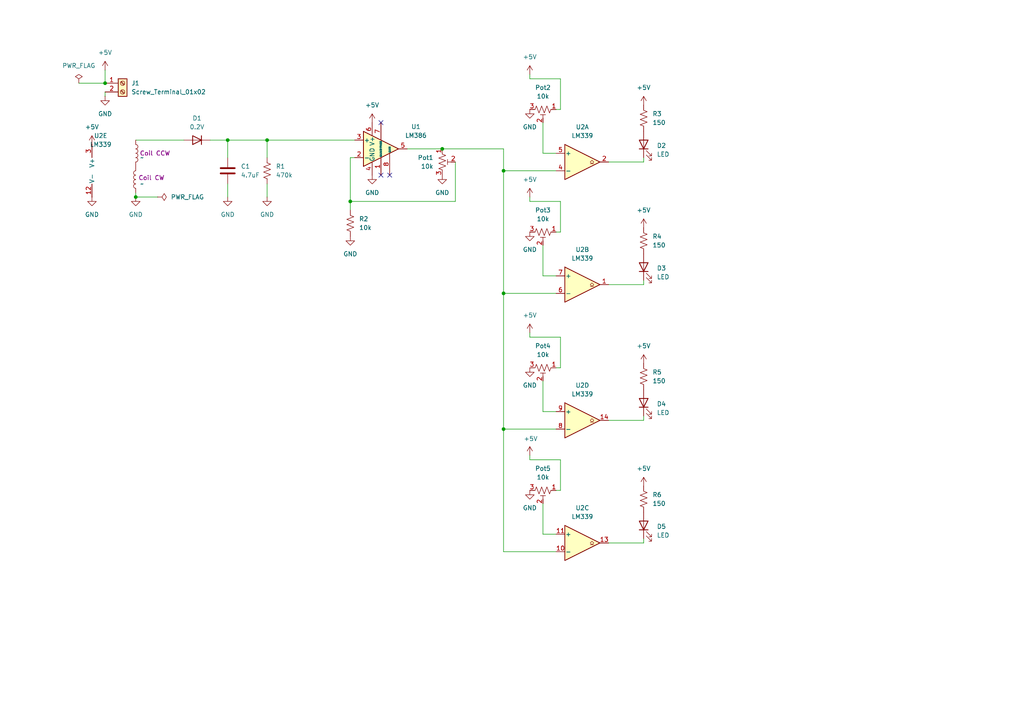
<source format=kicad_sch>
(kicad_sch
	(version 20250114)
	(generator "eeschema")
	(generator_version "9.0")
	(uuid "a20e6866-614e-4349-9eca-5843ff5e79ed")
	(paper "A4")
	(lib_symbols
		(symbol "Amplifier_Audio:LM386"
			(pin_names
				(offset 0.127)
			)
			(exclude_from_sim no)
			(in_bom yes)
			(on_board yes)
			(property "Reference" "U"
				(at 1.27 7.62 0)
				(effects
					(font
						(size 1.27 1.27)
					)
					(justify left)
				)
			)
			(property "Value" "LM386"
				(at 1.27 5.08 0)
				(effects
					(font
						(size 1.27 1.27)
					)
					(justify left)
				)
			)
			(property "Footprint" ""
				(at 2.54 2.54 0)
				(effects
					(font
						(size 1.27 1.27)
					)
					(hide yes)
				)
			)
			(property "Datasheet" "http://www.ti.com/lit/ds/symlink/lm386.pdf"
				(at 5.08 5.08 0)
				(effects
					(font
						(size 1.27 1.27)
					)
					(hide yes)
				)
			)
			(property "Description" "Low Voltage Audio Power Amplifier, DIP-8/SOIC-8/SSOP-8"
				(at 0 0 0)
				(effects
					(font
						(size 1.27 1.27)
					)
					(hide yes)
				)
			)
			(property "ki_keywords" "single Power opamp"
				(at 0 0 0)
				(effects
					(font
						(size 1.27 1.27)
					)
					(hide yes)
				)
			)
			(property "ki_fp_filters" "SOIC*3.9x4.9mm*P1.27mm* DIP*W7.62mm* MSSOP*P0.65mm* TSSOP*3x3mm*P0.5mm*"
				(at 0 0 0)
				(effects
					(font
						(size 1.27 1.27)
					)
					(hide yes)
				)
			)
			(symbol "LM386_0_1"
				(polyline
					(pts
						(xy 5.08 0) (xy -5.08 5.08) (xy -5.08 -5.08) (xy 5.08 0)
					)
					(stroke
						(width 0.254)
						(type default)
					)
					(fill
						(type background)
					)
				)
			)
			(symbol "LM386_1_1"
				(pin input line
					(at -7.62 2.54 0)
					(length 2.54)
					(name "+"
						(effects
							(font
								(size 1.27 1.27)
							)
						)
					)
					(number "3"
						(effects
							(font
								(size 1.27 1.27)
							)
						)
					)
				)
				(pin input line
					(at -7.62 -2.54 0)
					(length 2.54)
					(name "-"
						(effects
							(font
								(size 1.27 1.27)
							)
						)
					)
					(number "2"
						(effects
							(font
								(size 1.27 1.27)
							)
						)
					)
				)
				(pin power_in line
					(at -2.54 7.62 270)
					(length 3.81)
					(name "V+"
						(effects
							(font
								(size 1.27 1.27)
							)
						)
					)
					(number "6"
						(effects
							(font
								(size 1.27 1.27)
							)
						)
					)
				)
				(pin power_in line
					(at -2.54 -7.62 90)
					(length 3.81)
					(name "GND"
						(effects
							(font
								(size 1.27 1.27)
							)
						)
					)
					(number "4"
						(effects
							(font
								(size 1.27 1.27)
							)
						)
					)
				)
				(pin input line
					(at 0 7.62 270)
					(length 5.08)
					(name "BYPASS"
						(effects
							(font
								(size 0.508 0.508)
							)
						)
					)
					(number "7"
						(effects
							(font
								(size 1.27 1.27)
							)
						)
					)
				)
				(pin input line
					(at 0 -7.62 90)
					(length 5.08)
					(name "GAIN"
						(effects
							(font
								(size 0.508 0.508)
							)
						)
					)
					(number "1"
						(effects
							(font
								(size 1.27 1.27)
							)
						)
					)
				)
				(pin input line
					(at 2.54 -7.62 90)
					(length 6.35)
					(name "GAIN"
						(effects
							(font
								(size 0.508 0.508)
							)
						)
					)
					(number "8"
						(effects
							(font
								(size 1.27 1.27)
							)
						)
					)
				)
				(pin output line
					(at 7.62 0 180)
					(length 2.54)
					(name "~"
						(effects
							(font
								(size 1.27 1.27)
							)
						)
					)
					(number "5"
						(effects
							(font
								(size 1.27 1.27)
							)
						)
					)
				)
			)
			(embedded_fonts no)
		)
		(symbol "Comparator:LM339"
			(pin_names
				(offset 0.127)
			)
			(exclude_from_sim no)
			(in_bom yes)
			(on_board yes)
			(property "Reference" "U"
				(at 0 5.08 0)
				(effects
					(font
						(size 1.27 1.27)
					)
					(justify left)
				)
			)
			(property "Value" "LM339"
				(at 0 -5.08 0)
				(effects
					(font
						(size 1.27 1.27)
					)
					(justify left)
				)
			)
			(property "Footprint" ""
				(at -1.27 2.54 0)
				(effects
					(font
						(size 1.27 1.27)
					)
					(hide yes)
				)
			)
			(property "Datasheet" "https://www.st.com/resource/en/datasheet/lm139.pdf"
				(at 1.27 5.08 0)
				(effects
					(font
						(size 1.27 1.27)
					)
					(hide yes)
				)
			)
			(property "Description" "Quad Differential Comparators, SOIC-14/TSSOP-14"
				(at 0 0 0)
				(effects
					(font
						(size 1.27 1.27)
					)
					(hide yes)
				)
			)
			(property "ki_locked" ""
				(at 0 0 0)
				(effects
					(font
						(size 1.27 1.27)
					)
				)
			)
			(property "ki_keywords" "cmp open collector"
				(at 0 0 0)
				(effects
					(font
						(size 1.27 1.27)
					)
					(hide yes)
				)
			)
			(property "ki_fp_filters" "SOIC*3.9x8.7mm*P1.27mm* TSSOP*4.4x5mm*P0.65mm*"
				(at 0 0 0)
				(effects
					(font
						(size 1.27 1.27)
					)
					(hide yes)
				)
			)
			(symbol "LM339_1_1"
				(polyline
					(pts
						(xy -5.08 5.08) (xy 5.08 0) (xy -5.08 -5.08) (xy -5.08 5.08)
					)
					(stroke
						(width 0.254)
						(type default)
					)
					(fill
						(type background)
					)
				)
				(polyline
					(pts
						(xy 3.302 -0.508) (xy 2.794 -0.508) (xy 3.302 0) (xy 2.794 0.508) (xy 2.286 0) (xy 2.794 -0.508)
						(xy 2.286 -0.508)
					)
					(stroke
						(width 0.127)
						(type default)
					)
					(fill
						(type none)
					)
				)
				(pin input line
					(at -7.62 2.54 0)
					(length 2.54)
					(name "+"
						(effects
							(font
								(size 1.27 1.27)
							)
						)
					)
					(number "5"
						(effects
							(font
								(size 1.27 1.27)
							)
						)
					)
				)
				(pin input line
					(at -7.62 -2.54 0)
					(length 2.54)
					(name "-"
						(effects
							(font
								(size 1.27 1.27)
							)
						)
					)
					(number "4"
						(effects
							(font
								(size 1.27 1.27)
							)
						)
					)
				)
				(pin open_collector line
					(at 7.62 0 180)
					(length 2.54)
					(name "~"
						(effects
							(font
								(size 1.27 1.27)
							)
						)
					)
					(number "2"
						(effects
							(font
								(size 1.27 1.27)
							)
						)
					)
				)
			)
			(symbol "LM339_2_1"
				(polyline
					(pts
						(xy -5.08 5.08) (xy 5.08 0) (xy -5.08 -5.08) (xy -5.08 5.08)
					)
					(stroke
						(width 0.254)
						(type default)
					)
					(fill
						(type background)
					)
				)
				(polyline
					(pts
						(xy 3.302 -0.508) (xy 2.794 -0.508) (xy 3.302 0) (xy 2.794 0.508) (xy 2.286 0) (xy 2.794 -0.508)
						(xy 2.286 -0.508)
					)
					(stroke
						(width 0.127)
						(type default)
					)
					(fill
						(type none)
					)
				)
				(pin input line
					(at -7.62 2.54 0)
					(length 2.54)
					(name "+"
						(effects
							(font
								(size 1.27 1.27)
							)
						)
					)
					(number "7"
						(effects
							(font
								(size 1.27 1.27)
							)
						)
					)
				)
				(pin input line
					(at -7.62 -2.54 0)
					(length 2.54)
					(name "-"
						(effects
							(font
								(size 1.27 1.27)
							)
						)
					)
					(number "6"
						(effects
							(font
								(size 1.27 1.27)
							)
						)
					)
				)
				(pin open_collector line
					(at 7.62 0 180)
					(length 2.54)
					(name "~"
						(effects
							(font
								(size 1.27 1.27)
							)
						)
					)
					(number "1"
						(effects
							(font
								(size 1.27 1.27)
							)
						)
					)
				)
			)
			(symbol "LM339_3_1"
				(polyline
					(pts
						(xy -5.08 5.08) (xy 5.08 0) (xy -5.08 -5.08) (xy -5.08 5.08)
					)
					(stroke
						(width 0.254)
						(type default)
					)
					(fill
						(type background)
					)
				)
				(polyline
					(pts
						(xy 3.302 -0.508) (xy 2.794 -0.508) (xy 3.302 0) (xy 2.794 0.508) (xy 2.286 0) (xy 2.794 -0.508)
						(xy 2.286 -0.508)
					)
					(stroke
						(width 0.127)
						(type default)
					)
					(fill
						(type none)
					)
				)
				(pin input line
					(at -7.62 2.54 0)
					(length 2.54)
					(name "+"
						(effects
							(font
								(size 1.27 1.27)
							)
						)
					)
					(number "11"
						(effects
							(font
								(size 1.27 1.27)
							)
						)
					)
				)
				(pin input line
					(at -7.62 -2.54 0)
					(length 2.54)
					(name "-"
						(effects
							(font
								(size 1.27 1.27)
							)
						)
					)
					(number "10"
						(effects
							(font
								(size 1.27 1.27)
							)
						)
					)
				)
				(pin open_collector line
					(at 7.62 0 180)
					(length 2.54)
					(name "~"
						(effects
							(font
								(size 1.27 1.27)
							)
						)
					)
					(number "13"
						(effects
							(font
								(size 1.27 1.27)
							)
						)
					)
				)
			)
			(symbol "LM339_4_1"
				(polyline
					(pts
						(xy -5.08 5.08) (xy 5.08 0) (xy -5.08 -5.08) (xy -5.08 5.08)
					)
					(stroke
						(width 0.254)
						(type default)
					)
					(fill
						(type background)
					)
				)
				(polyline
					(pts
						(xy 3.302 -0.508) (xy 2.794 -0.508) (xy 3.302 0) (xy 2.794 0.508) (xy 2.286 0) (xy 2.794 -0.508)
						(xy 2.286 -0.508)
					)
					(stroke
						(width 0.127)
						(type default)
					)
					(fill
						(type none)
					)
				)
				(pin input line
					(at -7.62 2.54 0)
					(length 2.54)
					(name "+"
						(effects
							(font
								(size 1.27 1.27)
							)
						)
					)
					(number "9"
						(effects
							(font
								(size 1.27 1.27)
							)
						)
					)
				)
				(pin input line
					(at -7.62 -2.54 0)
					(length 2.54)
					(name "-"
						(effects
							(font
								(size 1.27 1.27)
							)
						)
					)
					(number "8"
						(effects
							(font
								(size 1.27 1.27)
							)
						)
					)
				)
				(pin open_collector line
					(at 7.62 0 180)
					(length 2.54)
					(name "~"
						(effects
							(font
								(size 1.27 1.27)
							)
						)
					)
					(number "14"
						(effects
							(font
								(size 1.27 1.27)
							)
						)
					)
				)
			)
			(symbol "LM339_5_1"
				(pin power_in line
					(at -2.54 7.62 270)
					(length 3.81)
					(name "V+"
						(effects
							(font
								(size 1.27 1.27)
							)
						)
					)
					(number "3"
						(effects
							(font
								(size 1.27 1.27)
							)
						)
					)
				)
				(pin power_in line
					(at -2.54 -7.62 90)
					(length 3.81)
					(name "V-"
						(effects
							(font
								(size 1.27 1.27)
							)
						)
					)
					(number "12"
						(effects
							(font
								(size 1.27 1.27)
							)
						)
					)
				)
			)
			(embedded_fonts no)
		)
		(symbol "Connector:Screw_Terminal_01x02"
			(pin_names
				(offset 1.016)
				(hide yes)
			)
			(exclude_from_sim no)
			(in_bom yes)
			(on_board yes)
			(property "Reference" "J"
				(at 0 2.54 0)
				(effects
					(font
						(size 1.27 1.27)
					)
				)
			)
			(property "Value" "Screw_Terminal_01x02"
				(at 0 -5.08 0)
				(effects
					(font
						(size 1.27 1.27)
					)
				)
			)
			(property "Footprint" ""
				(at 0 0 0)
				(effects
					(font
						(size 1.27 1.27)
					)
					(hide yes)
				)
			)
			(property "Datasheet" "~"
				(at 0 0 0)
				(effects
					(font
						(size 1.27 1.27)
					)
					(hide yes)
				)
			)
			(property "Description" "Generic screw terminal, single row, 01x02, script generated (kicad-library-utils/schlib/autogen/connector/)"
				(at 0 0 0)
				(effects
					(font
						(size 1.27 1.27)
					)
					(hide yes)
				)
			)
			(property "ki_keywords" "screw terminal"
				(at 0 0 0)
				(effects
					(font
						(size 1.27 1.27)
					)
					(hide yes)
				)
			)
			(property "ki_fp_filters" "TerminalBlock*:*"
				(at 0 0 0)
				(effects
					(font
						(size 1.27 1.27)
					)
					(hide yes)
				)
			)
			(symbol "Screw_Terminal_01x02_1_1"
				(rectangle
					(start -1.27 1.27)
					(end 1.27 -3.81)
					(stroke
						(width 0.254)
						(type default)
					)
					(fill
						(type background)
					)
				)
				(polyline
					(pts
						(xy -0.5334 0.3302) (xy 0.3302 -0.508)
					)
					(stroke
						(width 0.1524)
						(type default)
					)
					(fill
						(type none)
					)
				)
				(polyline
					(pts
						(xy -0.5334 -2.2098) (xy 0.3302 -3.048)
					)
					(stroke
						(width 0.1524)
						(type default)
					)
					(fill
						(type none)
					)
				)
				(polyline
					(pts
						(xy -0.3556 0.508) (xy 0.508 -0.3302)
					)
					(stroke
						(width 0.1524)
						(type default)
					)
					(fill
						(type none)
					)
				)
				(polyline
					(pts
						(xy -0.3556 -2.032) (xy 0.508 -2.8702)
					)
					(stroke
						(width 0.1524)
						(type default)
					)
					(fill
						(type none)
					)
				)
				(circle
					(center 0 0)
					(radius 0.635)
					(stroke
						(width 0.1524)
						(type default)
					)
					(fill
						(type none)
					)
				)
				(circle
					(center 0 -2.54)
					(radius 0.635)
					(stroke
						(width 0.1524)
						(type default)
					)
					(fill
						(type none)
					)
				)
				(pin passive line
					(at -5.08 0 0)
					(length 3.81)
					(name "Pin_1"
						(effects
							(font
								(size 1.27 1.27)
							)
						)
					)
					(number "1"
						(effects
							(font
								(size 1.27 1.27)
							)
						)
					)
				)
				(pin passive line
					(at -5.08 -2.54 0)
					(length 3.81)
					(name "Pin_2"
						(effects
							(font
								(size 1.27 1.27)
							)
						)
					)
					(number "2"
						(effects
							(font
								(size 1.27 1.27)
							)
						)
					)
				)
			)
			(embedded_fonts no)
		)
		(symbol "Device:C"
			(pin_numbers
				(hide yes)
			)
			(pin_names
				(offset 0.254)
			)
			(exclude_from_sim no)
			(in_bom yes)
			(on_board yes)
			(property "Reference" "C"
				(at 0.635 2.54 0)
				(effects
					(font
						(size 1.27 1.27)
					)
					(justify left)
				)
			)
			(property "Value" "C"
				(at 0.635 -2.54 0)
				(effects
					(font
						(size 1.27 1.27)
					)
					(justify left)
				)
			)
			(property "Footprint" ""
				(at 0.9652 -3.81 0)
				(effects
					(font
						(size 1.27 1.27)
					)
					(hide yes)
				)
			)
			(property "Datasheet" "~"
				(at 0 0 0)
				(effects
					(font
						(size 1.27 1.27)
					)
					(hide yes)
				)
			)
			(property "Description" "Unpolarized capacitor"
				(at 0 0 0)
				(effects
					(font
						(size 1.27 1.27)
					)
					(hide yes)
				)
			)
			(property "ki_keywords" "cap capacitor"
				(at 0 0 0)
				(effects
					(font
						(size 1.27 1.27)
					)
					(hide yes)
				)
			)
			(property "ki_fp_filters" "C_*"
				(at 0 0 0)
				(effects
					(font
						(size 1.27 1.27)
					)
					(hide yes)
				)
			)
			(symbol "C_0_1"
				(polyline
					(pts
						(xy -2.032 0.762) (xy 2.032 0.762)
					)
					(stroke
						(width 0.508)
						(type default)
					)
					(fill
						(type none)
					)
				)
				(polyline
					(pts
						(xy -2.032 -0.762) (xy 2.032 -0.762)
					)
					(stroke
						(width 0.508)
						(type default)
					)
					(fill
						(type none)
					)
				)
			)
			(symbol "C_1_1"
				(pin passive line
					(at 0 3.81 270)
					(length 2.794)
					(name "~"
						(effects
							(font
								(size 1.27 1.27)
							)
						)
					)
					(number "1"
						(effects
							(font
								(size 1.27 1.27)
							)
						)
					)
				)
				(pin passive line
					(at 0 -3.81 90)
					(length 2.794)
					(name "~"
						(effects
							(font
								(size 1.27 1.27)
							)
						)
					)
					(number "2"
						(effects
							(font
								(size 1.27 1.27)
							)
						)
					)
				)
			)
			(embedded_fonts no)
		)
		(symbol "Device:D"
			(pin_numbers
				(hide yes)
			)
			(pin_names
				(offset 1.016)
				(hide yes)
			)
			(exclude_from_sim no)
			(in_bom yes)
			(on_board yes)
			(property "Reference" "D"
				(at 0 2.54 0)
				(effects
					(font
						(size 1.27 1.27)
					)
				)
			)
			(property "Value" "D"
				(at 0 -2.54 0)
				(effects
					(font
						(size 1.27 1.27)
					)
				)
			)
			(property "Footprint" ""
				(at 0 0 0)
				(effects
					(font
						(size 1.27 1.27)
					)
					(hide yes)
				)
			)
			(property "Datasheet" "~"
				(at 0 0 0)
				(effects
					(font
						(size 1.27 1.27)
					)
					(hide yes)
				)
			)
			(property "Description" "Diode"
				(at 0 0 0)
				(effects
					(font
						(size 1.27 1.27)
					)
					(hide yes)
				)
			)
			(property "Sim.Device" "D"
				(at 0 0 0)
				(effects
					(font
						(size 1.27 1.27)
					)
					(hide yes)
				)
			)
			(property "Sim.Pins" "1=K 2=A"
				(at 0 0 0)
				(effects
					(font
						(size 1.27 1.27)
					)
					(hide yes)
				)
			)
			(property "ki_keywords" "diode"
				(at 0 0 0)
				(effects
					(font
						(size 1.27 1.27)
					)
					(hide yes)
				)
			)
			(property "ki_fp_filters" "TO-???* *_Diode_* *SingleDiode* D_*"
				(at 0 0 0)
				(effects
					(font
						(size 1.27 1.27)
					)
					(hide yes)
				)
			)
			(symbol "D_0_1"
				(polyline
					(pts
						(xy -1.27 1.27) (xy -1.27 -1.27)
					)
					(stroke
						(width 0.254)
						(type default)
					)
					(fill
						(type none)
					)
				)
				(polyline
					(pts
						(xy 1.27 1.27) (xy 1.27 -1.27) (xy -1.27 0) (xy 1.27 1.27)
					)
					(stroke
						(width 0.254)
						(type default)
					)
					(fill
						(type none)
					)
				)
				(polyline
					(pts
						(xy 1.27 0) (xy -1.27 0)
					)
					(stroke
						(width 0)
						(type default)
					)
					(fill
						(type none)
					)
				)
			)
			(symbol "D_1_1"
				(pin passive line
					(at -3.81 0 0)
					(length 2.54)
					(name "K"
						(effects
							(font
								(size 1.27 1.27)
							)
						)
					)
					(number "1"
						(effects
							(font
								(size 1.27 1.27)
							)
						)
					)
				)
				(pin passive line
					(at 3.81 0 180)
					(length 2.54)
					(name "A"
						(effects
							(font
								(size 1.27 1.27)
							)
						)
					)
					(number "2"
						(effects
							(font
								(size 1.27 1.27)
							)
						)
					)
				)
			)
			(embedded_fonts no)
		)
		(symbol "Device:L"
			(pin_numbers
				(hide yes)
			)
			(pin_names
				(offset 1.016)
				(hide yes)
			)
			(exclude_from_sim no)
			(in_bom yes)
			(on_board yes)
			(property "Reference" "L"
				(at -1.27 0 90)
				(effects
					(font
						(size 1.27 1.27)
					)
				)
			)
			(property "Value" "L"
				(at 1.905 0 90)
				(effects
					(font
						(size 1.27 1.27)
					)
				)
			)
			(property "Footprint" ""
				(at 0 0 0)
				(effects
					(font
						(size 1.27 1.27)
					)
					(hide yes)
				)
			)
			(property "Datasheet" "~"
				(at 0 0 0)
				(effects
					(font
						(size 1.27 1.27)
					)
					(hide yes)
				)
			)
			(property "Description" "Inductor"
				(at 0 0 0)
				(effects
					(font
						(size 1.27 1.27)
					)
					(hide yes)
				)
			)
			(property "ki_keywords" "inductor choke coil reactor magnetic"
				(at 0 0 0)
				(effects
					(font
						(size 1.27 1.27)
					)
					(hide yes)
				)
			)
			(property "ki_fp_filters" "Choke_* *Coil* Inductor_* L_*"
				(at 0 0 0)
				(effects
					(font
						(size 1.27 1.27)
					)
					(hide yes)
				)
			)
			(symbol "L_0_1"
				(arc
					(start 0 2.54)
					(mid 0.6323 1.905)
					(end 0 1.27)
					(stroke
						(width 0)
						(type default)
					)
					(fill
						(type none)
					)
				)
				(arc
					(start 0 1.27)
					(mid 0.6323 0.635)
					(end 0 0)
					(stroke
						(width 0)
						(type default)
					)
					(fill
						(type none)
					)
				)
				(arc
					(start 0 0)
					(mid 0.6323 -0.635)
					(end 0 -1.27)
					(stroke
						(width 0)
						(type default)
					)
					(fill
						(type none)
					)
				)
				(arc
					(start 0 -1.27)
					(mid 0.6323 -1.905)
					(end 0 -2.54)
					(stroke
						(width 0)
						(type default)
					)
					(fill
						(type none)
					)
				)
			)
			(symbol "L_1_1"
				(pin passive line
					(at 0 3.81 270)
					(length 1.27)
					(name "1"
						(effects
							(font
								(size 1.27 1.27)
							)
						)
					)
					(number "1"
						(effects
							(font
								(size 1.27 1.27)
							)
						)
					)
				)
				(pin passive line
					(at 0 -3.81 90)
					(length 1.27)
					(name "2"
						(effects
							(font
								(size 1.27 1.27)
							)
						)
					)
					(number "2"
						(effects
							(font
								(size 1.27 1.27)
							)
						)
					)
				)
			)
			(embedded_fonts no)
		)
		(symbol "Device:LED"
			(pin_numbers
				(hide yes)
			)
			(pin_names
				(offset 1.016)
				(hide yes)
			)
			(exclude_from_sim no)
			(in_bom yes)
			(on_board yes)
			(property "Reference" "D"
				(at 0 2.54 0)
				(effects
					(font
						(size 1.27 1.27)
					)
				)
			)
			(property "Value" "LED"
				(at 0 -2.54 0)
				(effects
					(font
						(size 1.27 1.27)
					)
				)
			)
			(property "Footprint" ""
				(at 0 0 0)
				(effects
					(font
						(size 1.27 1.27)
					)
					(hide yes)
				)
			)
			(property "Datasheet" "~"
				(at 0 0 0)
				(effects
					(font
						(size 1.27 1.27)
					)
					(hide yes)
				)
			)
			(property "Description" "Light emitting diode"
				(at 0 0 0)
				(effects
					(font
						(size 1.27 1.27)
					)
					(hide yes)
				)
			)
			(property "Sim.Pins" "1=K 2=A"
				(at 0 0 0)
				(effects
					(font
						(size 1.27 1.27)
					)
					(hide yes)
				)
			)
			(property "ki_keywords" "LED diode"
				(at 0 0 0)
				(effects
					(font
						(size 1.27 1.27)
					)
					(hide yes)
				)
			)
			(property "ki_fp_filters" "LED* LED_SMD:* LED_THT:*"
				(at 0 0 0)
				(effects
					(font
						(size 1.27 1.27)
					)
					(hide yes)
				)
			)
			(symbol "LED_0_1"
				(polyline
					(pts
						(xy -3.048 -0.762) (xy -4.572 -2.286) (xy -3.81 -2.286) (xy -4.572 -2.286) (xy -4.572 -1.524)
					)
					(stroke
						(width 0)
						(type default)
					)
					(fill
						(type none)
					)
				)
				(polyline
					(pts
						(xy -1.778 -0.762) (xy -3.302 -2.286) (xy -2.54 -2.286) (xy -3.302 -2.286) (xy -3.302 -1.524)
					)
					(stroke
						(width 0)
						(type default)
					)
					(fill
						(type none)
					)
				)
				(polyline
					(pts
						(xy -1.27 0) (xy 1.27 0)
					)
					(stroke
						(width 0)
						(type default)
					)
					(fill
						(type none)
					)
				)
				(polyline
					(pts
						(xy -1.27 -1.27) (xy -1.27 1.27)
					)
					(stroke
						(width 0.254)
						(type default)
					)
					(fill
						(type none)
					)
				)
				(polyline
					(pts
						(xy 1.27 -1.27) (xy 1.27 1.27) (xy -1.27 0) (xy 1.27 -1.27)
					)
					(stroke
						(width 0.254)
						(type default)
					)
					(fill
						(type none)
					)
				)
			)
			(symbol "LED_1_1"
				(pin passive line
					(at -3.81 0 0)
					(length 2.54)
					(name "K"
						(effects
							(font
								(size 1.27 1.27)
							)
						)
					)
					(number "1"
						(effects
							(font
								(size 1.27 1.27)
							)
						)
					)
				)
				(pin passive line
					(at 3.81 0 180)
					(length 2.54)
					(name "A"
						(effects
							(font
								(size 1.27 1.27)
							)
						)
					)
					(number "2"
						(effects
							(font
								(size 1.27 1.27)
							)
						)
					)
				)
			)
			(embedded_fonts no)
		)
		(symbol "Device:R_Potentiometer_Trim_US"
			(pin_names
				(offset 1.016)
				(hide yes)
			)
			(exclude_from_sim no)
			(in_bom yes)
			(on_board yes)
			(property "Reference" "RV"
				(at -4.445 0 90)
				(effects
					(font
						(size 1.27 1.27)
					)
				)
			)
			(property "Value" "R_Potentiometer_Trim_US"
				(at -2.54 0 90)
				(effects
					(font
						(size 1.27 1.27)
					)
				)
			)
			(property "Footprint" ""
				(at 0 0 0)
				(effects
					(font
						(size 1.27 1.27)
					)
					(hide yes)
				)
			)
			(property "Datasheet" "~"
				(at 0 0 0)
				(effects
					(font
						(size 1.27 1.27)
					)
					(hide yes)
				)
			)
			(property "Description" "Trim-potentiometer, US symbol"
				(at 0 0 0)
				(effects
					(font
						(size 1.27 1.27)
					)
					(hide yes)
				)
			)
			(property "ki_keywords" "resistor variable trimpot trimmer"
				(at 0 0 0)
				(effects
					(font
						(size 1.27 1.27)
					)
					(hide yes)
				)
			)
			(property "ki_fp_filters" "Potentiometer*"
				(at 0 0 0)
				(effects
					(font
						(size 1.27 1.27)
					)
					(hide yes)
				)
			)
			(symbol "R_Potentiometer_Trim_US_0_1"
				(polyline
					(pts
						(xy 0 2.286) (xy 0 2.54)
					)
					(stroke
						(width 0)
						(type default)
					)
					(fill
						(type none)
					)
				)
				(polyline
					(pts
						(xy 0 2.286) (xy 1.016 1.905) (xy 0 1.524) (xy -1.016 1.143) (xy 0 0.762)
					)
					(stroke
						(width 0)
						(type default)
					)
					(fill
						(type none)
					)
				)
				(polyline
					(pts
						(xy 0 0.762) (xy 1.016 0.381) (xy 0 0) (xy -1.016 -0.381) (xy 0 -0.762)
					)
					(stroke
						(width 0)
						(type default)
					)
					(fill
						(type none)
					)
				)
				(polyline
					(pts
						(xy 0 -0.762) (xy 1.016 -1.143) (xy 0 -1.524) (xy -1.016 -1.905) (xy 0 -2.286)
					)
					(stroke
						(width 0)
						(type default)
					)
					(fill
						(type none)
					)
				)
				(polyline
					(pts
						(xy 0 -2.286) (xy 0 -2.54)
					)
					(stroke
						(width 0)
						(type default)
					)
					(fill
						(type none)
					)
				)
				(polyline
					(pts
						(xy 1.524 0.762) (xy 1.524 -0.762)
					)
					(stroke
						(width 0)
						(type default)
					)
					(fill
						(type none)
					)
				)
				(polyline
					(pts
						(xy 2.54 0) (xy 1.524 0)
					)
					(stroke
						(width 0)
						(type default)
					)
					(fill
						(type none)
					)
				)
			)
			(symbol "R_Potentiometer_Trim_US_1_1"
				(pin passive line
					(at 0 3.81 270)
					(length 1.27)
					(name "1"
						(effects
							(font
								(size 1.27 1.27)
							)
						)
					)
					(number "1"
						(effects
							(font
								(size 1.27 1.27)
							)
						)
					)
				)
				(pin passive line
					(at 0 -3.81 90)
					(length 1.27)
					(name "3"
						(effects
							(font
								(size 1.27 1.27)
							)
						)
					)
					(number "3"
						(effects
							(font
								(size 1.27 1.27)
							)
						)
					)
				)
				(pin passive line
					(at 3.81 0 180)
					(length 1.27)
					(name "2"
						(effects
							(font
								(size 1.27 1.27)
							)
						)
					)
					(number "2"
						(effects
							(font
								(size 1.27 1.27)
							)
						)
					)
				)
			)
			(embedded_fonts no)
		)
		(symbol "Device:R_US"
			(pin_numbers
				(hide yes)
			)
			(pin_names
				(offset 0)
			)
			(exclude_from_sim no)
			(in_bom yes)
			(on_board yes)
			(property "Reference" "R"
				(at 2.54 0 90)
				(effects
					(font
						(size 1.27 1.27)
					)
				)
			)
			(property "Value" "R_US"
				(at -2.54 0 90)
				(effects
					(font
						(size 1.27 1.27)
					)
				)
			)
			(property "Footprint" ""
				(at 1.016 -0.254 90)
				(effects
					(font
						(size 1.27 1.27)
					)
					(hide yes)
				)
			)
			(property "Datasheet" "~"
				(at 0 0 0)
				(effects
					(font
						(size 1.27 1.27)
					)
					(hide yes)
				)
			)
			(property "Description" "Resistor, US symbol"
				(at 0 0 0)
				(effects
					(font
						(size 1.27 1.27)
					)
					(hide yes)
				)
			)
			(property "ki_keywords" "R res resistor"
				(at 0 0 0)
				(effects
					(font
						(size 1.27 1.27)
					)
					(hide yes)
				)
			)
			(property "ki_fp_filters" "R_*"
				(at 0 0 0)
				(effects
					(font
						(size 1.27 1.27)
					)
					(hide yes)
				)
			)
			(symbol "R_US_0_1"
				(polyline
					(pts
						(xy 0 2.286) (xy 0 2.54)
					)
					(stroke
						(width 0)
						(type default)
					)
					(fill
						(type none)
					)
				)
				(polyline
					(pts
						(xy 0 2.286) (xy 1.016 1.905) (xy 0 1.524) (xy -1.016 1.143) (xy 0 0.762)
					)
					(stroke
						(width 0)
						(type default)
					)
					(fill
						(type none)
					)
				)
				(polyline
					(pts
						(xy 0 0.762) (xy 1.016 0.381) (xy 0 0) (xy -1.016 -0.381) (xy 0 -0.762)
					)
					(stroke
						(width 0)
						(type default)
					)
					(fill
						(type none)
					)
				)
				(polyline
					(pts
						(xy 0 -0.762) (xy 1.016 -1.143) (xy 0 -1.524) (xy -1.016 -1.905) (xy 0 -2.286)
					)
					(stroke
						(width 0)
						(type default)
					)
					(fill
						(type none)
					)
				)
				(polyline
					(pts
						(xy 0 -2.286) (xy 0 -2.54)
					)
					(stroke
						(width 0)
						(type default)
					)
					(fill
						(type none)
					)
				)
			)
			(symbol "R_US_1_1"
				(pin passive line
					(at 0 3.81 270)
					(length 1.27)
					(name "~"
						(effects
							(font
								(size 1.27 1.27)
							)
						)
					)
					(number "1"
						(effects
							(font
								(size 1.27 1.27)
							)
						)
					)
				)
				(pin passive line
					(at 0 -3.81 90)
					(length 1.27)
					(name "~"
						(effects
							(font
								(size 1.27 1.27)
							)
						)
					)
					(number "2"
						(effects
							(font
								(size 1.27 1.27)
							)
						)
					)
				)
			)
			(embedded_fonts no)
		)
		(symbol "power:+5V"
			(power)
			(pin_numbers
				(hide yes)
			)
			(pin_names
				(offset 0)
				(hide yes)
			)
			(exclude_from_sim no)
			(in_bom yes)
			(on_board yes)
			(property "Reference" "#PWR"
				(at 0 -3.81 0)
				(effects
					(font
						(size 1.27 1.27)
					)
					(hide yes)
				)
			)
			(property "Value" "+5V"
				(at 0 3.556 0)
				(effects
					(font
						(size 1.27 1.27)
					)
				)
			)
			(property "Footprint" ""
				(at 0 0 0)
				(effects
					(font
						(size 1.27 1.27)
					)
					(hide yes)
				)
			)
			(property "Datasheet" ""
				(at 0 0 0)
				(effects
					(font
						(size 1.27 1.27)
					)
					(hide yes)
				)
			)
			(property "Description" "Power symbol creates a global label with name \"+5V\""
				(at 0 0 0)
				(effects
					(font
						(size 1.27 1.27)
					)
					(hide yes)
				)
			)
			(property "ki_keywords" "global power"
				(at 0 0 0)
				(effects
					(font
						(size 1.27 1.27)
					)
					(hide yes)
				)
			)
			(symbol "+5V_0_1"
				(polyline
					(pts
						(xy -0.762 1.27) (xy 0 2.54)
					)
					(stroke
						(width 0)
						(type default)
					)
					(fill
						(type none)
					)
				)
				(polyline
					(pts
						(xy 0 2.54) (xy 0.762 1.27)
					)
					(stroke
						(width 0)
						(type default)
					)
					(fill
						(type none)
					)
				)
				(polyline
					(pts
						(xy 0 0) (xy 0 2.54)
					)
					(stroke
						(width 0)
						(type default)
					)
					(fill
						(type none)
					)
				)
			)
			(symbol "+5V_1_1"
				(pin power_in line
					(at 0 0 90)
					(length 0)
					(name "~"
						(effects
							(font
								(size 1.27 1.27)
							)
						)
					)
					(number "1"
						(effects
							(font
								(size 1.27 1.27)
							)
						)
					)
				)
			)
			(embedded_fonts no)
		)
		(symbol "power:GND"
			(power)
			(pin_numbers
				(hide yes)
			)
			(pin_names
				(offset 0)
				(hide yes)
			)
			(exclude_from_sim no)
			(in_bom yes)
			(on_board yes)
			(property "Reference" "#PWR"
				(at 0 -6.35 0)
				(effects
					(font
						(size 1.27 1.27)
					)
					(hide yes)
				)
			)
			(property "Value" "GND"
				(at 0 -3.81 0)
				(effects
					(font
						(size 1.27 1.27)
					)
				)
			)
			(property "Footprint" ""
				(at 0 0 0)
				(effects
					(font
						(size 1.27 1.27)
					)
					(hide yes)
				)
			)
			(property "Datasheet" ""
				(at 0 0 0)
				(effects
					(font
						(size 1.27 1.27)
					)
					(hide yes)
				)
			)
			(property "Description" "Power symbol creates a global label with name \"GND\" , ground"
				(at 0 0 0)
				(effects
					(font
						(size 1.27 1.27)
					)
					(hide yes)
				)
			)
			(property "ki_keywords" "global power"
				(at 0 0 0)
				(effects
					(font
						(size 1.27 1.27)
					)
					(hide yes)
				)
			)
			(symbol "GND_0_1"
				(polyline
					(pts
						(xy 0 0) (xy 0 -1.27) (xy 1.27 -1.27) (xy 0 -2.54) (xy -1.27 -1.27) (xy 0 -1.27)
					)
					(stroke
						(width 0)
						(type default)
					)
					(fill
						(type none)
					)
				)
			)
			(symbol "GND_1_1"
				(pin power_in line
					(at 0 0 270)
					(length 0)
					(name "~"
						(effects
							(font
								(size 1.27 1.27)
							)
						)
					)
					(number "1"
						(effects
							(font
								(size 1.27 1.27)
							)
						)
					)
				)
			)
			(embedded_fonts no)
		)
		(symbol "power:PWR_FLAG"
			(power)
			(pin_numbers
				(hide yes)
			)
			(pin_names
				(offset 0)
				(hide yes)
			)
			(exclude_from_sim no)
			(in_bom yes)
			(on_board yes)
			(property "Reference" "#FLG"
				(at 0 1.905 0)
				(effects
					(font
						(size 1.27 1.27)
					)
					(hide yes)
				)
			)
			(property "Value" "PWR_FLAG"
				(at 0 3.81 0)
				(effects
					(font
						(size 1.27 1.27)
					)
				)
			)
			(property "Footprint" ""
				(at 0 0 0)
				(effects
					(font
						(size 1.27 1.27)
					)
					(hide yes)
				)
			)
			(property "Datasheet" "~"
				(at 0 0 0)
				(effects
					(font
						(size 1.27 1.27)
					)
					(hide yes)
				)
			)
			(property "Description" "Special symbol for telling ERC where power comes from"
				(at 0 0 0)
				(effects
					(font
						(size 1.27 1.27)
					)
					(hide yes)
				)
			)
			(property "ki_keywords" "flag power"
				(at 0 0 0)
				(effects
					(font
						(size 1.27 1.27)
					)
					(hide yes)
				)
			)
			(symbol "PWR_FLAG_0_0"
				(pin power_out line
					(at 0 0 90)
					(length 0)
					(name "~"
						(effects
							(font
								(size 1.27 1.27)
							)
						)
					)
					(number "1"
						(effects
							(font
								(size 1.27 1.27)
							)
						)
					)
				)
			)
			(symbol "PWR_FLAG_0_1"
				(polyline
					(pts
						(xy 0 0) (xy 0 1.27) (xy -1.016 1.905) (xy 0 2.54) (xy 1.016 1.905) (xy 0 1.27)
					)
					(stroke
						(width 0)
						(type default)
					)
					(fill
						(type none)
					)
				)
			)
			(embedded_fonts no)
		)
	)
	(junction
		(at 66.04 40.64)
		(diameter 0)
		(color 0 0 0 0)
		(uuid "122d12a5-cb87-4a28-85dc-b40b7582b6d7")
	)
	(junction
		(at 128.27 43.18)
		(diameter 0)
		(color 0 0 0 0)
		(uuid "65bfda52-9f02-4147-b59e-90427b2bdcb0")
	)
	(junction
		(at 30.48 24.13)
		(diameter 0)
		(color 0 0 0 0)
		(uuid "af025be8-d096-480a-bed4-be0720c1e9d7")
	)
	(junction
		(at 146.05 49.53)
		(diameter 0)
		(color 0 0 0 0)
		(uuid "b1c11af1-4891-4f9c-919a-092e957d69a5")
	)
	(junction
		(at 39.37 57.15)
		(diameter 0)
		(color 0 0 0 0)
		(uuid "b3274610-a962-4082-8151-ef2d0b9cbaf9")
	)
	(junction
		(at 146.05 85.09)
		(diameter 0)
		(color 0 0 0 0)
		(uuid "be09b7b0-6a42-421f-bedf-726c7a957b25")
	)
	(junction
		(at 146.05 124.46)
		(diameter 0)
		(color 0 0 0 0)
		(uuid "da0e0b04-400d-441d-af10-1d76261aa44e")
	)
	(junction
		(at 77.47 40.64)
		(diameter 0)
		(color 0 0 0 0)
		(uuid "dada6ffd-5d29-4734-a4fd-5d404ce29110")
	)
	(junction
		(at 101.6 58.42)
		(diameter 0)
		(color 0 0 0 0)
		(uuid "f05d6f07-3dd4-4ee6-b2af-883a8dfb05be")
	)
	(no_connect
		(at 110.49 35.56)
		(uuid "4f9dc04f-dccf-4f26-82ec-9254dd0fc293")
	)
	(no_connect
		(at 110.49 50.8)
		(uuid "8a8df52b-ffd4-4468-a375-28683235817f")
	)
	(no_connect
		(at 113.03 50.8)
		(uuid "9ac302f1-822d-450b-8ed4-4a0c6a9ce0c1")
	)
	(wire
		(pts
			(xy 162.56 142.24) (xy 162.56 133.35)
		)
		(stroke
			(width 0)
			(type default)
		)
		(uuid "02013b24-b026-4a3c-9176-9ade5516478c")
	)
	(wire
		(pts
			(xy 22.86 24.13) (xy 30.48 24.13)
		)
		(stroke
			(width 0)
			(type default)
		)
		(uuid "035d7c66-7ff5-4235-92d5-1e3a882a739a")
	)
	(wire
		(pts
			(xy 146.05 85.09) (xy 146.05 124.46)
		)
		(stroke
			(width 0)
			(type default)
		)
		(uuid "05e2090d-3e2d-4e09-9afa-2a8b7d55f277")
	)
	(wire
		(pts
			(xy 66.04 57.15) (xy 66.04 53.34)
		)
		(stroke
			(width 0)
			(type default)
		)
		(uuid "076f1a52-a64b-4ada-b954-a142af440433")
	)
	(wire
		(pts
			(xy 77.47 40.64) (xy 77.47 45.72)
		)
		(stroke
			(width 0)
			(type default)
		)
		(uuid "09571172-dead-4d2f-b8a5-19587b2badf9")
	)
	(wire
		(pts
			(xy 146.05 124.46) (xy 146.05 160.02)
		)
		(stroke
			(width 0)
			(type default)
		)
		(uuid "10b2c00f-79c1-4613-9ecd-ec09c565d55b")
	)
	(wire
		(pts
			(xy 101.6 45.72) (xy 101.6 58.42)
		)
		(stroke
			(width 0)
			(type default)
		)
		(uuid "12ad2fbd-96b2-4d49-bd28-4f1a35ffb0f3")
	)
	(wire
		(pts
			(xy 161.29 67.31) (xy 162.56 67.31)
		)
		(stroke
			(width 0)
			(type default)
		)
		(uuid "13eedce0-c6a0-4883-babb-4ecbda541381")
	)
	(wire
		(pts
			(xy 162.56 58.42) (xy 153.67 58.42)
		)
		(stroke
			(width 0)
			(type default)
		)
		(uuid "1acbd6ac-48f3-4935-9152-98dee66c2eff")
	)
	(wire
		(pts
			(xy 186.69 120.65) (xy 186.69 121.92)
		)
		(stroke
			(width 0)
			(type default)
		)
		(uuid "21137fa9-0778-44b6-9f66-2727055caadc")
	)
	(wire
		(pts
			(xy 157.48 44.45) (xy 161.29 44.45)
		)
		(stroke
			(width 0)
			(type default)
		)
		(uuid "22e7caca-fe83-49da-9093-5dbbe1d7a7ce")
	)
	(wire
		(pts
			(xy 60.96 40.64) (xy 66.04 40.64)
		)
		(stroke
			(width 0)
			(type default)
		)
		(uuid "298deedf-84f3-4a5e-a92a-d0ff7651121a")
	)
	(wire
		(pts
			(xy 39.37 40.64) (xy 53.34 40.64)
		)
		(stroke
			(width 0)
			(type default)
		)
		(uuid "2c311825-df47-484c-98b0-ea032b4e7a27")
	)
	(wire
		(pts
			(xy 157.48 146.05) (xy 157.48 154.94)
		)
		(stroke
			(width 0)
			(type default)
		)
		(uuid "2e0f5fa6-d86e-4f48-89ed-531db984b1e8")
	)
	(wire
		(pts
			(xy 153.67 57.15) (xy 153.67 58.42)
		)
		(stroke
			(width 0)
			(type default)
		)
		(uuid "2e555a5c-6a82-4bd0-a34b-cc23d472e13a")
	)
	(wire
		(pts
			(xy 176.53 46.99) (xy 186.69 46.99)
		)
		(stroke
			(width 0)
			(type default)
		)
		(uuid "34a693fb-9004-4041-85d4-64d64c89d45f")
	)
	(wire
		(pts
			(xy 157.48 35.56) (xy 157.48 44.45)
		)
		(stroke
			(width 0)
			(type default)
		)
		(uuid "381e33ad-27a4-460e-95a9-edc43bfe3b98")
	)
	(wire
		(pts
			(xy 128.27 43.18) (xy 146.05 43.18)
		)
		(stroke
			(width 0)
			(type default)
		)
		(uuid "390e561c-d97c-41d9-9c9e-7c7226f85f09")
	)
	(wire
		(pts
			(xy 101.6 58.42) (xy 101.6 60.96)
		)
		(stroke
			(width 0)
			(type default)
		)
		(uuid "39caacc7-ac48-46e5-aae4-bd17bd617655")
	)
	(wire
		(pts
			(xy 162.56 97.79) (xy 153.67 97.79)
		)
		(stroke
			(width 0)
			(type default)
		)
		(uuid "3a53a330-9964-48f8-8849-091074477bba")
	)
	(wire
		(pts
			(xy 161.29 31.75) (xy 162.56 31.75)
		)
		(stroke
			(width 0)
			(type default)
		)
		(uuid "3c3a4f65-3536-4cc1-9a10-42ee40cd0909")
	)
	(wire
		(pts
			(xy 176.53 82.55) (xy 186.69 82.55)
		)
		(stroke
			(width 0)
			(type default)
		)
		(uuid "3d06086f-c87e-41a6-9ae2-7f275d0b7096")
	)
	(wire
		(pts
			(xy 153.67 21.59) (xy 153.67 22.86)
		)
		(stroke
			(width 0)
			(type default)
		)
		(uuid "3e0601d0-f699-4918-a17c-e4de249de2b1")
	)
	(wire
		(pts
			(xy 157.48 71.12) (xy 157.48 80.01)
		)
		(stroke
			(width 0)
			(type default)
		)
		(uuid "5105619a-5856-4fe7-98fd-0b96408e7f77")
	)
	(wire
		(pts
			(xy 161.29 106.68) (xy 162.56 106.68)
		)
		(stroke
			(width 0)
			(type default)
		)
		(uuid "61145049-d677-485c-8622-7dbb48ce04e7")
	)
	(wire
		(pts
			(xy 102.87 45.72) (xy 101.6 45.72)
		)
		(stroke
			(width 0)
			(type default)
		)
		(uuid "64b93bbd-1ffe-4408-9712-ff1d82556054")
	)
	(wire
		(pts
			(xy 30.48 20.32) (xy 30.48 24.13)
		)
		(stroke
			(width 0)
			(type default)
		)
		(uuid "680104d7-c5e2-4117-8894-22fb36d9958f")
	)
	(wire
		(pts
			(xy 157.48 80.01) (xy 161.29 80.01)
		)
		(stroke
			(width 0)
			(type default)
		)
		(uuid "6879d3bd-8676-43fd-9aaa-361c7f7e0d3c")
	)
	(wire
		(pts
			(xy 39.37 57.15) (xy 39.37 55.88)
		)
		(stroke
			(width 0)
			(type default)
		)
		(uuid "6a5649d6-bc3c-4136-a1d6-c9a3ac469bc1")
	)
	(wire
		(pts
			(xy 157.48 119.38) (xy 161.29 119.38)
		)
		(stroke
			(width 0)
			(type default)
		)
		(uuid "6f88218f-7622-4202-87c0-c3c6719d1031")
	)
	(wire
		(pts
			(xy 186.69 81.28) (xy 186.69 82.55)
		)
		(stroke
			(width 0)
			(type default)
		)
		(uuid "7e3678a7-a593-4118-8946-8f7bfb912648")
	)
	(wire
		(pts
			(xy 146.05 43.18) (xy 146.05 49.53)
		)
		(stroke
			(width 0)
			(type default)
		)
		(uuid "7ead0c2d-56bb-4b71-bfa2-3cc34759b834")
	)
	(wire
		(pts
			(xy 146.05 49.53) (xy 161.29 49.53)
		)
		(stroke
			(width 0)
			(type default)
		)
		(uuid "85ab2beb-4c29-4e91-b6f5-a5e7f5c4d777")
	)
	(wire
		(pts
			(xy 132.08 46.99) (xy 132.08 58.42)
		)
		(stroke
			(width 0)
			(type default)
		)
		(uuid "88c0be2b-9e64-41c9-9138-250526faed6e")
	)
	(wire
		(pts
			(xy 30.48 27.94) (xy 30.48 26.67)
		)
		(stroke
			(width 0)
			(type default)
		)
		(uuid "8ede6266-b8ff-4744-a1fd-b2ab67a53cf7")
	)
	(wire
		(pts
			(xy 186.69 45.72) (xy 186.69 46.99)
		)
		(stroke
			(width 0)
			(type default)
		)
		(uuid "929f3878-520c-46a1-99fb-4637217bf34f")
	)
	(wire
		(pts
			(xy 39.37 57.15) (xy 45.72 57.15)
		)
		(stroke
			(width 0)
			(type default)
		)
		(uuid "946e761b-5e65-4b77-8e7d-ea83e00b8a07")
	)
	(wire
		(pts
			(xy 162.56 22.86) (xy 153.67 22.86)
		)
		(stroke
			(width 0)
			(type default)
		)
		(uuid "9c197644-f642-4b77-b210-e6306e09c290")
	)
	(wire
		(pts
			(xy 162.56 106.68) (xy 162.56 97.79)
		)
		(stroke
			(width 0)
			(type default)
		)
		(uuid "9c9ed564-88a1-4fa0-9411-cd650d37c261")
	)
	(wire
		(pts
			(xy 176.53 121.92) (xy 186.69 121.92)
		)
		(stroke
			(width 0)
			(type default)
		)
		(uuid "9ea14295-869d-41c6-8995-dee95e546e1b")
	)
	(wire
		(pts
			(xy 153.67 96.52) (xy 153.67 97.79)
		)
		(stroke
			(width 0)
			(type default)
		)
		(uuid "a8825844-ed60-4399-9296-aeb29076f655")
	)
	(wire
		(pts
			(xy 77.47 57.15) (xy 77.47 53.34)
		)
		(stroke
			(width 0)
			(type default)
		)
		(uuid "a898ce88-8db5-46a3-976d-e6986d3c41f4")
	)
	(wire
		(pts
			(xy 157.48 110.49) (xy 157.48 119.38)
		)
		(stroke
			(width 0)
			(type default)
		)
		(uuid "abc0015f-accb-4268-84e7-ffcd5514fc1e")
	)
	(wire
		(pts
			(xy 146.05 85.09) (xy 161.29 85.09)
		)
		(stroke
			(width 0)
			(type default)
		)
		(uuid "ae05ab47-09cc-4ecf-8eb1-32e389aeaac5")
	)
	(wire
		(pts
			(xy 162.56 67.31) (xy 162.56 58.42)
		)
		(stroke
			(width 0)
			(type default)
		)
		(uuid "b01fc05d-a054-4036-a03b-335978971cff")
	)
	(wire
		(pts
			(xy 128.27 43.18) (xy 118.11 43.18)
		)
		(stroke
			(width 0)
			(type default)
		)
		(uuid "b767cf08-1735-4017-b62b-8ae135bee820")
	)
	(wire
		(pts
			(xy 146.05 49.53) (xy 146.05 85.09)
		)
		(stroke
			(width 0)
			(type default)
		)
		(uuid "b7884fea-8930-47d7-b0a9-3c88ee826998")
	)
	(wire
		(pts
			(xy 153.67 132.08) (xy 153.67 133.35)
		)
		(stroke
			(width 0)
			(type default)
		)
		(uuid "b7e43de4-8f79-4dc1-a3a4-a8117f139fe0")
	)
	(wire
		(pts
			(xy 161.29 142.24) (xy 162.56 142.24)
		)
		(stroke
			(width 0)
			(type default)
		)
		(uuid "c647fc9f-63f2-4af6-814b-558bdac467b7")
	)
	(wire
		(pts
			(xy 77.47 40.64) (xy 102.87 40.64)
		)
		(stroke
			(width 0)
			(type default)
		)
		(uuid "c715c394-ccbe-4187-8ce5-6f510662b536")
	)
	(wire
		(pts
			(xy 186.69 156.21) (xy 186.69 157.48)
		)
		(stroke
			(width 0)
			(type default)
		)
		(uuid "ca1726d9-3c7c-4eee-a17f-95369d5f172d")
	)
	(wire
		(pts
			(xy 176.53 157.48) (xy 186.69 157.48)
		)
		(stroke
			(width 0)
			(type default)
		)
		(uuid "d01d726f-3979-41f2-abe2-af3b653f0512")
	)
	(wire
		(pts
			(xy 162.56 133.35) (xy 153.67 133.35)
		)
		(stroke
			(width 0)
			(type default)
		)
		(uuid "d22600d1-f2cf-4c17-920b-2348d5f1b4ac")
	)
	(wire
		(pts
			(xy 146.05 124.46) (xy 161.29 124.46)
		)
		(stroke
			(width 0)
			(type default)
		)
		(uuid "db8fe529-e997-4f35-86b2-fc7660ab0a1e")
	)
	(wire
		(pts
			(xy 162.56 31.75) (xy 162.56 22.86)
		)
		(stroke
			(width 0)
			(type default)
		)
		(uuid "e7cd657a-ccc3-4fba-9624-27ebb55290cc")
	)
	(wire
		(pts
			(xy 66.04 40.64) (xy 77.47 40.64)
		)
		(stroke
			(width 0)
			(type default)
		)
		(uuid "eeecbcf9-3487-410c-8ab7-2aa8b0127ee4")
	)
	(wire
		(pts
			(xy 132.08 58.42) (xy 101.6 58.42)
		)
		(stroke
			(width 0)
			(type default)
		)
		(uuid "f3f87552-641d-4cc4-a4ff-987a9a63431f")
	)
	(wire
		(pts
			(xy 157.48 154.94) (xy 161.29 154.94)
		)
		(stroke
			(width 0)
			(type default)
		)
		(uuid "f572ba8a-6754-4a51-86b3-8a269c63cf15")
	)
	(wire
		(pts
			(xy 146.05 160.02) (xy 161.29 160.02)
		)
		(stroke
			(width 0)
			(type default)
		)
		(uuid "f86e499a-9ef9-4fd1-8c7b-8dbb48bffff4")
	)
	(wire
		(pts
			(xy 66.04 40.64) (xy 66.04 45.72)
		)
		(stroke
			(width 0)
			(type default)
		)
		(uuid "fead4624-ea41-4836-94cf-dfb6ec605cb9")
	)
	(symbol
		(lib_id "power:GND")
		(at 153.67 67.31 0)
		(unit 1)
		(exclude_from_sim no)
		(in_bom yes)
		(on_board yes)
		(dnp no)
		(fields_autoplaced yes)
		(uuid "006abf13-5755-4412-86de-0ab23a69a999")
		(property "Reference" "#PWR012"
			(at 153.67 73.66 0)
			(effects
				(font
					(size 1.27 1.27)
				)
				(hide yes)
			)
		)
		(property "Value" "GND"
			(at 153.67 72.39 0)
			(effects
				(font
					(size 1.27 1.27)
				)
			)
		)
		(property "Footprint" ""
			(at 153.67 67.31 0)
			(effects
				(font
					(size 1.27 1.27)
				)
				(hide yes)
			)
		)
		(property "Datasheet" ""
			(at 153.67 67.31 0)
			(effects
				(font
					(size 1.27 1.27)
				)
				(hide yes)
			)
		)
		(property "Description" "Power symbol creates a global label with name \"GND\" , ground"
			(at 153.67 67.31 0)
			(effects
				(font
					(size 1.27 1.27)
				)
				(hide yes)
			)
		)
		(pin "1"
			(uuid "4c58451f-01c2-4dbe-bb4f-53d84417ced0")
		)
		(instances
			(project "CoilSensor"
				(path "/a20e6866-614e-4349-9eca-5843ff5e79ed"
					(reference "#PWR012")
					(unit 1)
				)
			)
		)
	)
	(symbol
		(lib_id "Comparator:LM339")
		(at 168.91 46.99 0)
		(unit 1)
		(exclude_from_sim no)
		(in_bom yes)
		(on_board yes)
		(dnp no)
		(fields_autoplaced yes)
		(uuid "0398ff49-3cf6-4737-a6c8-44850f9f7216")
		(property "Reference" "U2"
			(at 168.91 36.83 0)
			(effects
				(font
					(size 1.27 1.27)
				)
			)
		)
		(property "Value" "LM339"
			(at 168.91 39.37 0)
			(effects
				(font
					(size 1.27 1.27)
				)
			)
		)
		(property "Footprint" "Package_DIP:DIP-14_W7.62mm"
			(at 167.64 44.45 0)
			(effects
				(font
					(size 1.27 1.27)
				)
				(hide yes)
			)
		)
		(property "Datasheet" "https://www.st.com/resource/en/datasheet/lm139.pdf"
			(at 170.18 41.91 0)
			(effects
				(font
					(size 1.27 1.27)
				)
				(hide yes)
			)
		)
		(property "Description" "Quad Differential Comparators, SOIC-14/TSSOP-14"
			(at 168.91 46.99 0)
			(effects
				(font
					(size 1.27 1.27)
				)
				(hide yes)
			)
		)
		(pin "8"
			(uuid "dd667fa6-96d1-4b5f-a247-88a9d704b72a")
		)
		(pin "13"
			(uuid "148e22da-d9b3-4672-9553-efe0a61e3be1")
		)
		(pin "14"
			(uuid "3105fe9a-26a4-43d2-9ec1-d22bf3d6fa9f")
		)
		(pin "3"
			(uuid "4198ee04-3f17-4b73-b1d2-3dba08866d63")
		)
		(pin "11"
			(uuid "322fc43b-0090-4d8f-b064-6d11979c8384")
		)
		(pin "2"
			(uuid "73d733ba-2e3f-48ee-9e12-02596dafa535")
		)
		(pin "7"
			(uuid "5223a228-6fbe-4328-be9f-84d346196b38")
		)
		(pin "4"
			(uuid "afe262cf-957a-4c9c-8bf3-e5a7f7aad9cc")
		)
		(pin "12"
			(uuid "ad4948df-4065-44cd-9970-d7ea80170b72")
		)
		(pin "9"
			(uuid "49e60dcc-a76e-4b2c-8f94-52bd630cbb30")
		)
		(pin "1"
			(uuid "059c70c3-bfd0-40ee-aa63-5623135ee2ff")
		)
		(pin "6"
			(uuid "b9c5fc4b-c8dd-4fa6-93b4-fba664824ed4")
		)
		(pin "10"
			(uuid "7d5b7c9e-b824-4c4c-a042-cb2bf33bc19a")
		)
		(pin "5"
			(uuid "ca35bc14-65c0-4275-b18c-636fe8bcfb43")
		)
		(instances
			(project ""
				(path "/a20e6866-614e-4349-9eca-5843ff5e79ed"
					(reference "U2")
					(unit 1)
				)
			)
		)
	)
	(symbol
		(lib_id "power:+5V")
		(at 153.67 57.15 0)
		(unit 1)
		(exclude_from_sim no)
		(in_bom yes)
		(on_board yes)
		(dnp no)
		(fields_autoplaced yes)
		(uuid "0713f167-fa77-46c8-8943-2fc59b1fc860")
		(property "Reference" "#PWR011"
			(at 153.67 60.96 0)
			(effects
				(font
					(size 1.27 1.27)
				)
				(hide yes)
			)
		)
		(property "Value" "+5V"
			(at 153.67 52.07 0)
			(effects
				(font
					(size 1.27 1.27)
				)
			)
		)
		(property "Footprint" ""
			(at 153.67 57.15 0)
			(effects
				(font
					(size 1.27 1.27)
				)
				(hide yes)
			)
		)
		(property "Datasheet" ""
			(at 153.67 57.15 0)
			(effects
				(font
					(size 1.27 1.27)
				)
				(hide yes)
			)
		)
		(property "Description" "Power symbol creates a global label with name \"+5V\""
			(at 153.67 57.15 0)
			(effects
				(font
					(size 1.27 1.27)
				)
				(hide yes)
			)
		)
		(pin "1"
			(uuid "19cee247-73c1-4d1a-b618-0eb63d17ab92")
		)
		(instances
			(project "CoilSensor"
				(path "/a20e6866-614e-4349-9eca-5843ff5e79ed"
					(reference "#PWR011")
					(unit 1)
				)
			)
		)
	)
	(symbol
		(lib_id "Device:L")
		(at 39.37 44.45 0)
		(unit 1)
		(exclude_from_sim no)
		(in_bom yes)
		(on_board yes)
		(dnp no)
		(uuid "0c537c94-d2c5-409a-9ad5-a778953e0a4b")
		(property "Reference" "L1"
			(at 40.64 43.1799 0)
			(effects
				(font
					(size 1.27 1.27)
				)
				(justify left)
				(hide yes)
			)
		)
		(property "Value" "~"
			(at 40.64 45.7199 0)
			(effects
				(font
					(size 1.27 1.27)
				)
				(justify left)
			)
		)
		(property "Footprint" "LibraryCoil:2Pad"
			(at 39.37 44.45 0)
			(effects
				(font
					(size 1.27 1.27)
				)
				(hide yes)
			)
		)
		(property "Datasheet" "~"
			(at 39.37 44.45 0)
			(effects
				(font
					(size 1.27 1.27)
				)
				(hide yes)
			)
		)
		(property "Description" "Coil CCW"
			(at 44.958 44.45 0)
			(effects
				(font
					(size 1.27 1.27)
				)
			)
		)
		(pin "1"
			(uuid "8c483bd9-9326-495a-b21e-b732ecdc608b")
		)
		(pin "2"
			(uuid "3ba1e6d2-4997-4f88-b2ed-776d8ca0bf04")
		)
		(instances
			(project ""
				(path "/a20e6866-614e-4349-9eca-5843ff5e79ed"
					(reference "L1")
					(unit 1)
				)
			)
		)
	)
	(symbol
		(lib_id "power:+5V")
		(at 107.95 35.56 0)
		(unit 1)
		(exclude_from_sim no)
		(in_bom yes)
		(on_board yes)
		(dnp no)
		(fields_autoplaced yes)
		(uuid "19d91bd4-64d3-44a7-88ab-2fa32b674678")
		(property "Reference" "#PWR04"
			(at 107.95 39.37 0)
			(effects
				(font
					(size 1.27 1.27)
				)
				(hide yes)
			)
		)
		(property "Value" "+5V"
			(at 107.95 30.48 0)
			(effects
				(font
					(size 1.27 1.27)
				)
			)
		)
		(property "Footprint" ""
			(at 107.95 35.56 0)
			(effects
				(font
					(size 1.27 1.27)
				)
				(hide yes)
			)
		)
		(property "Datasheet" ""
			(at 107.95 35.56 0)
			(effects
				(font
					(size 1.27 1.27)
				)
				(hide yes)
			)
		)
		(property "Description" "Power symbol creates a global label with name \"+5V\""
			(at 107.95 35.56 0)
			(effects
				(font
					(size 1.27 1.27)
				)
				(hide yes)
			)
		)
		(pin "1"
			(uuid "4037dff8-81ad-43e6-bd22-a2c70bf1f369")
		)
		(instances
			(project ""
				(path "/a20e6866-614e-4349-9eca-5843ff5e79ed"
					(reference "#PWR04")
					(unit 1)
				)
			)
		)
	)
	(symbol
		(lib_id "power:GND")
		(at 107.95 50.8 0)
		(unit 1)
		(exclude_from_sim no)
		(in_bom yes)
		(on_board yes)
		(dnp no)
		(fields_autoplaced yes)
		(uuid "21077c97-7c7a-472d-9095-c0699f635dcf")
		(property "Reference" "#PWR05"
			(at 107.95 57.15 0)
			(effects
				(font
					(size 1.27 1.27)
				)
				(hide yes)
			)
		)
		(property "Value" "GND"
			(at 107.95 55.88 0)
			(effects
				(font
					(size 1.27 1.27)
				)
			)
		)
		(property "Footprint" ""
			(at 107.95 50.8 0)
			(effects
				(font
					(size 1.27 1.27)
				)
				(hide yes)
			)
		)
		(property "Datasheet" ""
			(at 107.95 50.8 0)
			(effects
				(font
					(size 1.27 1.27)
				)
				(hide yes)
			)
		)
		(property "Description" "Power symbol creates a global label with name \"GND\" , ground"
			(at 107.95 50.8 0)
			(effects
				(font
					(size 1.27 1.27)
				)
				(hide yes)
			)
		)
		(pin "1"
			(uuid "7f857f0c-3b45-4846-9ce8-5a105895387b")
		)
		(instances
			(project "CoilSensor"
				(path "/a20e6866-614e-4349-9eca-5843ff5e79ed"
					(reference "#PWR05")
					(unit 1)
				)
			)
		)
	)
	(symbol
		(lib_id "power:PWR_FLAG")
		(at 22.86 24.13 0)
		(unit 1)
		(exclude_from_sim no)
		(in_bom yes)
		(on_board yes)
		(dnp no)
		(fields_autoplaced yes)
		(uuid "2738b4cf-d272-49be-b790-e63e40a7a689")
		(property "Reference" "#FLG01"
			(at 22.86 22.225 0)
			(effects
				(font
					(size 1.27 1.27)
				)
				(hide yes)
			)
		)
		(property "Value" "PWR_FLAG"
			(at 22.86 19.05 0)
			(effects
				(font
					(size 1.27 1.27)
				)
			)
		)
		(property "Footprint" ""
			(at 22.86 24.13 0)
			(effects
				(font
					(size 1.27 1.27)
				)
				(hide yes)
			)
		)
		(property "Datasheet" "~"
			(at 22.86 24.13 0)
			(effects
				(font
					(size 1.27 1.27)
				)
				(hide yes)
			)
		)
		(property "Description" "Special symbol for telling ERC where power comes from"
			(at 22.86 24.13 0)
			(effects
				(font
					(size 1.27 1.27)
				)
				(hide yes)
			)
		)
		(pin "1"
			(uuid "6db1eaf9-0e78-4f39-a843-68c026e0b79c")
		)
		(instances
			(project ""
				(path "/a20e6866-614e-4349-9eca-5843ff5e79ed"
					(reference "#FLG01")
					(unit 1)
				)
			)
		)
	)
	(symbol
		(lib_id "Device:R_Potentiometer_Trim_US")
		(at 157.48 106.68 270)
		(unit 1)
		(exclude_from_sim no)
		(in_bom yes)
		(on_board yes)
		(dnp no)
		(fields_autoplaced yes)
		(uuid "2f8b90eb-83d0-454e-949f-7b702d808c33")
		(property "Reference" "Pot4"
			(at 157.48 100.33 90)
			(effects
				(font
					(size 1.27 1.27)
				)
			)
		)
		(property "Value" "10k"
			(at 157.48 102.87 90)
			(effects
				(font
					(size 1.27 1.27)
				)
			)
		)
		(property "Footprint" "Potentiometer_THT:Potentiometer_Vishay_T73XW_Horizontal"
			(at 157.48 106.68 0)
			(effects
				(font
					(size 1.27 1.27)
				)
				(hide yes)
			)
		)
		(property "Datasheet" "~"
			(at 157.48 106.68 0)
			(effects
				(font
					(size 1.27 1.27)
				)
				(hide yes)
			)
		)
		(property "Description" "Trim-potentiometer, US symbol"
			(at 157.48 106.68 0)
			(effects
				(font
					(size 1.27 1.27)
				)
				(hide yes)
			)
		)
		(pin "1"
			(uuid "32171c98-1414-481b-8d1b-2ed31fc9dd10")
		)
		(pin "3"
			(uuid "9fdaf21a-db38-4cb9-997a-e925e0b4455b")
		)
		(pin "2"
			(uuid "c61af740-71cc-45db-97ac-5ba788ac7706")
		)
		(instances
			(project "CoilSensor"
				(path "/a20e6866-614e-4349-9eca-5843ff5e79ed"
					(reference "Pot4")
					(unit 1)
				)
			)
		)
	)
	(symbol
		(lib_id "Device:LED")
		(at 186.69 152.4 90)
		(unit 1)
		(exclude_from_sim no)
		(in_bom yes)
		(on_board yes)
		(dnp no)
		(fields_autoplaced yes)
		(uuid "33874851-059f-49c6-81c8-dce17a48da5c")
		(property "Reference" "D5"
			(at 190.5 152.7174 90)
			(effects
				(font
					(size 1.27 1.27)
				)
				(justify right)
			)
		)
		(property "Value" "LED"
			(at 190.5 155.2574 90)
			(effects
				(font
					(size 1.27 1.27)
				)
				(justify right)
			)
		)
		(property "Footprint" "Diode_THT:D_5KPW_P7.62mm_Vertical_AnodeUp"
			(at 186.69 152.4 0)
			(effects
				(font
					(size 1.27 1.27)
				)
				(hide yes)
			)
		)
		(property "Datasheet" "~"
			(at 186.69 152.4 0)
			(effects
				(font
					(size 1.27 1.27)
				)
				(hide yes)
			)
		)
		(property "Description" "Light emitting diode"
			(at 186.69 152.4 0)
			(effects
				(font
					(size 1.27 1.27)
				)
				(hide yes)
			)
		)
		(property "Sim.Pins" "1=K 2=A"
			(at 186.69 152.4 0)
			(effects
				(font
					(size 1.27 1.27)
				)
				(hide yes)
			)
		)
		(pin "1"
			(uuid "3f4430b8-ff6d-45d5-bc65-5293eabec13f")
		)
		(pin "2"
			(uuid "c7309486-79ef-40df-bd73-ffc1dc72a69b")
		)
		(instances
			(project "CoilSensor"
				(path "/a20e6866-614e-4349-9eca-5843ff5e79ed"
					(reference "D5")
					(unit 1)
				)
			)
		)
	)
	(symbol
		(lib_id "Device:R_US")
		(at 186.69 109.22 0)
		(unit 1)
		(exclude_from_sim no)
		(in_bom yes)
		(on_board yes)
		(dnp no)
		(fields_autoplaced yes)
		(uuid "3d51754e-cd40-4920-b59d-6f32abe70910")
		(property "Reference" "R5"
			(at 189.23 107.9499 0)
			(effects
				(font
					(size 1.27 1.27)
				)
				(justify left)
			)
		)
		(property "Value" "150"
			(at 189.23 110.4899 0)
			(effects
				(font
					(size 1.27 1.27)
				)
				(justify left)
			)
		)
		(property "Footprint" "Resistor_THT:R_Axial_DIN0414_L11.9mm_D4.5mm_P20.32mm_Horizontal"
			(at 187.706 109.474 90)
			(effects
				(font
					(size 1.27 1.27)
				)
				(hide yes)
			)
		)
		(property "Datasheet" "~"
			(at 186.69 109.22 0)
			(effects
				(font
					(size 1.27 1.27)
				)
				(hide yes)
			)
		)
		(property "Description" "Resistor, US symbol"
			(at 186.69 109.22 0)
			(effects
				(font
					(size 1.27 1.27)
				)
				(hide yes)
			)
		)
		(pin "1"
			(uuid "9d9ce506-c472-4711-b3e4-1f5a69bfd591")
		)
		(pin "2"
			(uuid "63bcabc6-2d83-4e19-b46f-a1986b7fe3e8")
		)
		(instances
			(project "CoilSensor"
				(path "/a20e6866-614e-4349-9eca-5843ff5e79ed"
					(reference "R5")
					(unit 1)
				)
			)
		)
	)
	(symbol
		(lib_id "power:+5V")
		(at 186.69 66.04 0)
		(unit 1)
		(exclude_from_sim no)
		(in_bom yes)
		(on_board yes)
		(dnp no)
		(fields_autoplaced yes)
		(uuid "401fd8ce-b4d5-4ad3-afb5-a3e3767e9259")
		(property "Reference" "#PWR013"
			(at 186.69 69.85 0)
			(effects
				(font
					(size 1.27 1.27)
				)
				(hide yes)
			)
		)
		(property "Value" "+5V"
			(at 186.69 60.96 0)
			(effects
				(font
					(size 1.27 1.27)
				)
			)
		)
		(property "Footprint" ""
			(at 186.69 66.04 0)
			(effects
				(font
					(size 1.27 1.27)
				)
				(hide yes)
			)
		)
		(property "Datasheet" ""
			(at 186.69 66.04 0)
			(effects
				(font
					(size 1.27 1.27)
				)
				(hide yes)
			)
		)
		(property "Description" "Power symbol creates a global label with name \"+5V\""
			(at 186.69 66.04 0)
			(effects
				(font
					(size 1.27 1.27)
				)
				(hide yes)
			)
		)
		(pin "1"
			(uuid "309bb3cb-0ad5-46b0-b488-b1705a2c8497")
		)
		(instances
			(project "CoilSensor"
				(path "/a20e6866-614e-4349-9eca-5843ff5e79ed"
					(reference "#PWR013")
					(unit 1)
				)
			)
		)
	)
	(symbol
		(lib_id "Device:R_Potentiometer_Trim_US")
		(at 157.48 31.75 270)
		(unit 1)
		(exclude_from_sim no)
		(in_bom yes)
		(on_board yes)
		(dnp no)
		(fields_autoplaced yes)
		(uuid "407ca53b-63f0-410e-bf32-3c99079374b9")
		(property "Reference" "Pot2"
			(at 157.48 25.4 90)
			(effects
				(font
					(size 1.27 1.27)
				)
			)
		)
		(property "Value" "10k"
			(at 157.48 27.94 90)
			(effects
				(font
					(size 1.27 1.27)
				)
			)
		)
		(property "Footprint" "Potentiometer_THT:Potentiometer_Vishay_T73XW_Horizontal"
			(at 157.48 31.75 0)
			(effects
				(font
					(size 1.27 1.27)
				)
				(hide yes)
			)
		)
		(property "Datasheet" "~"
			(at 157.48 31.75 0)
			(effects
				(font
					(size 1.27 1.27)
				)
				(hide yes)
			)
		)
		(property "Description" "Trim-potentiometer, US symbol"
			(at 157.48 31.75 0)
			(effects
				(font
					(size 1.27 1.27)
				)
				(hide yes)
			)
		)
		(pin "1"
			(uuid "afdbc364-b792-4f64-94dd-00d1bf6bc1ee")
		)
		(pin "3"
			(uuid "7f1781fc-1460-4137-ad83-ce756f2fb476")
		)
		(pin "2"
			(uuid "ff6b8044-9a2a-4400-9ea0-9a888bee9d6f")
		)
		(instances
			(project "CoilSensor"
				(path "/a20e6866-614e-4349-9eca-5843ff5e79ed"
					(reference "Pot2")
					(unit 1)
				)
			)
		)
	)
	(symbol
		(lib_id "Device:R_US")
		(at 186.69 69.85 0)
		(unit 1)
		(exclude_from_sim no)
		(in_bom yes)
		(on_board yes)
		(dnp no)
		(fields_autoplaced yes)
		(uuid "419109bd-695c-4795-b3de-d71559141d74")
		(property "Reference" "R4"
			(at 189.23 68.5799 0)
			(effects
				(font
					(size 1.27 1.27)
				)
				(justify left)
			)
		)
		(property "Value" "150"
			(at 189.23 71.1199 0)
			(effects
				(font
					(size 1.27 1.27)
				)
				(justify left)
			)
		)
		(property "Footprint" "Resistor_THT:R_Axial_DIN0414_L11.9mm_D4.5mm_P20.32mm_Horizontal"
			(at 187.706 70.104 90)
			(effects
				(font
					(size 1.27 1.27)
				)
				(hide yes)
			)
		)
		(property "Datasheet" "~"
			(at 186.69 69.85 0)
			(effects
				(font
					(size 1.27 1.27)
				)
				(hide yes)
			)
		)
		(property "Description" "Resistor, US symbol"
			(at 186.69 69.85 0)
			(effects
				(font
					(size 1.27 1.27)
				)
				(hide yes)
			)
		)
		(pin "1"
			(uuid "a5c07e43-7f9e-467c-a25e-a64961767fe2")
		)
		(pin "2"
			(uuid "0d375d0b-ab0d-4df6-b785-eb3f9e6c2015")
		)
		(instances
			(project "CoilSensor"
				(path "/a20e6866-614e-4349-9eca-5843ff5e79ed"
					(reference "R4")
					(unit 1)
				)
			)
		)
	)
	(symbol
		(lib_id "Comparator:LM339")
		(at 168.91 157.48 0)
		(unit 3)
		(exclude_from_sim no)
		(in_bom yes)
		(on_board yes)
		(dnp no)
		(fields_autoplaced yes)
		(uuid "441a06f5-fc32-4871-aad5-53f3e23a6a34")
		(property "Reference" "U2"
			(at 168.91 147.32 0)
			(effects
				(font
					(size 1.27 1.27)
				)
			)
		)
		(property "Value" "LM339"
			(at 168.91 149.86 0)
			(effects
				(font
					(size 1.27 1.27)
				)
			)
		)
		(property "Footprint" "Package_DIP:DIP-14_W7.62mm"
			(at 167.64 154.94 0)
			(effects
				(font
					(size 1.27 1.27)
				)
				(hide yes)
			)
		)
		(property "Datasheet" "https://www.st.com/resource/en/datasheet/lm139.pdf"
			(at 170.18 152.4 0)
			(effects
				(font
					(size 1.27 1.27)
				)
				(hide yes)
			)
		)
		(property "Description" "Quad Differential Comparators, SOIC-14/TSSOP-14"
			(at 168.91 157.48 0)
			(effects
				(font
					(size 1.27 1.27)
				)
				(hide yes)
			)
		)
		(pin "8"
			(uuid "dd667fa6-96d1-4b5f-a247-88a9d704b72b")
		)
		(pin "13"
			(uuid "8b0e55af-d89e-4e8a-98a7-6650da30da5f")
		)
		(pin "14"
			(uuid "3105fe9a-26a4-43d2-9ec1-d22bf3d6faa0")
		)
		(pin "3"
			(uuid "4198ee04-3f17-4b73-b1d2-3dba08866d64")
		)
		(pin "11"
			(uuid "ab88f6d3-9346-4680-b195-eb9bfb610a7a")
		)
		(pin "2"
			(uuid "067bc8e2-460a-4e1b-b4f2-f0022629434e")
		)
		(pin "7"
			(uuid "5223a228-6fbe-4328-be9f-84d346196b39")
		)
		(pin "4"
			(uuid "fb118fe5-8504-4488-a677-35d6c5fd6396")
		)
		(pin "12"
			(uuid "ad4948df-4065-44cd-9970-d7ea80170b73")
		)
		(pin "9"
			(uuid "49e60dcc-a76e-4b2c-8f94-52bd630cbb31")
		)
		(pin "1"
			(uuid "059c70c3-bfd0-40ee-aa63-5623135ee300")
		)
		(pin "6"
			(uuid "b9c5fc4b-c8dd-4fa6-93b4-fba664824ed5")
		)
		(pin "10"
			(uuid "d659e424-7749-4968-a061-eacf25360e82")
		)
		(pin "5"
			(uuid "ab4a6d45-5c79-4090-b0d6-c5bfdcc03e5e")
		)
		(instances
			(project "CoilSensor"
				(path "/a20e6866-614e-4349-9eca-5843ff5e79ed"
					(reference "U2")
					(unit 3)
				)
			)
		)
	)
	(symbol
		(lib_id "power:+5V")
		(at 153.67 96.52 0)
		(unit 1)
		(exclude_from_sim no)
		(in_bom yes)
		(on_board yes)
		(dnp no)
		(fields_autoplaced yes)
		(uuid "5102e769-d74f-4de7-b802-86197ad33676")
		(property "Reference" "#PWR014"
			(at 153.67 100.33 0)
			(effects
				(font
					(size 1.27 1.27)
				)
				(hide yes)
			)
		)
		(property "Value" "+5V"
			(at 153.67 91.44 0)
			(effects
				(font
					(size 1.27 1.27)
				)
			)
		)
		(property "Footprint" ""
			(at 153.67 96.52 0)
			(effects
				(font
					(size 1.27 1.27)
				)
				(hide yes)
			)
		)
		(property "Datasheet" ""
			(at 153.67 96.52 0)
			(effects
				(font
					(size 1.27 1.27)
				)
				(hide yes)
			)
		)
		(property "Description" "Power symbol creates a global label with name \"+5V\""
			(at 153.67 96.52 0)
			(effects
				(font
					(size 1.27 1.27)
				)
				(hide yes)
			)
		)
		(pin "1"
			(uuid "53d39b01-93f4-4c0d-b253-73372013dc6f")
		)
		(instances
			(project "CoilSensor"
				(path "/a20e6866-614e-4349-9eca-5843ff5e79ed"
					(reference "#PWR014")
					(unit 1)
				)
			)
		)
	)
	(symbol
		(lib_id "Device:R_US")
		(at 77.47 49.53 0)
		(unit 1)
		(exclude_from_sim no)
		(in_bom yes)
		(on_board yes)
		(dnp no)
		(fields_autoplaced yes)
		(uuid "5462640c-8634-42f2-b6aa-8da75d59d5c5")
		(property "Reference" "R1"
			(at 80.01 48.2599 0)
			(effects
				(font
					(size 1.27 1.27)
				)
				(justify left)
			)
		)
		(property "Value" "470k"
			(at 80.01 50.7999 0)
			(effects
				(font
					(size 1.27 1.27)
				)
				(justify left)
			)
		)
		(property "Footprint" "Resistor_THT:R_Axial_DIN0414_L11.9mm_D4.5mm_P20.32mm_Horizontal"
			(at 78.486 49.784 90)
			(effects
				(font
					(size 1.27 1.27)
				)
				(hide yes)
			)
		)
		(property "Datasheet" "~"
			(at 77.47 49.53 0)
			(effects
				(font
					(size 1.27 1.27)
				)
				(hide yes)
			)
		)
		(property "Description" "Resistor, US symbol"
			(at 77.47 49.53 0)
			(effects
				(font
					(size 1.27 1.27)
				)
				(hide yes)
			)
		)
		(pin "1"
			(uuid "70d865ef-e6fc-4428-ac40-610881c54e43")
		)
		(pin "2"
			(uuid "69291630-abdf-41a5-9696-dbb57247b06f")
		)
		(instances
			(project ""
				(path "/a20e6866-614e-4349-9eca-5843ff5e79ed"
					(reference "R1")
					(unit 1)
				)
			)
		)
	)
	(symbol
		(lib_id "Device:R_Potentiometer_Trim_US")
		(at 157.48 67.31 270)
		(unit 1)
		(exclude_from_sim no)
		(in_bom yes)
		(on_board yes)
		(dnp no)
		(fields_autoplaced yes)
		(uuid "5834f4f0-b46e-4db5-8e35-e4010f7ff99d")
		(property "Reference" "Pot3"
			(at 157.48 60.96 90)
			(effects
				(font
					(size 1.27 1.27)
				)
			)
		)
		(property "Value" "10k"
			(at 157.48 63.5 90)
			(effects
				(font
					(size 1.27 1.27)
				)
			)
		)
		(property "Footprint" "Potentiometer_THT:Potentiometer_Vishay_T73XW_Horizontal"
			(at 157.48 67.31 0)
			(effects
				(font
					(size 1.27 1.27)
				)
				(hide yes)
			)
		)
		(property "Datasheet" "~"
			(at 157.48 67.31 0)
			(effects
				(font
					(size 1.27 1.27)
				)
				(hide yes)
			)
		)
		(property "Description" "Trim-potentiometer, US symbol"
			(at 157.48 67.31 0)
			(effects
				(font
					(size 1.27 1.27)
				)
				(hide yes)
			)
		)
		(pin "1"
			(uuid "04a250ae-9d86-40a6-873d-157156ba0538")
		)
		(pin "3"
			(uuid "738ecdd6-4a9e-444a-93f0-7c7e4090bfa8")
		)
		(pin "2"
			(uuid "9eb17bb1-9fe8-4c0c-95c6-249050a20a77")
		)
		(instances
			(project "CoilSensor"
				(path "/a20e6866-614e-4349-9eca-5843ff5e79ed"
					(reference "Pot3")
					(unit 1)
				)
			)
		)
	)
	(symbol
		(lib_id "power:GND")
		(at 66.04 57.15 0)
		(unit 1)
		(exclude_from_sim no)
		(in_bom yes)
		(on_board yes)
		(dnp no)
		(fields_autoplaced yes)
		(uuid "64554b67-eb1b-4f5c-a11a-363d19ade1bd")
		(property "Reference" "#PWR02"
			(at 66.04 63.5 0)
			(effects
				(font
					(size 1.27 1.27)
				)
				(hide yes)
			)
		)
		(property "Value" "GND"
			(at 66.04 62.23 0)
			(effects
				(font
					(size 1.27 1.27)
				)
			)
		)
		(property "Footprint" ""
			(at 66.04 57.15 0)
			(effects
				(font
					(size 1.27 1.27)
				)
				(hide yes)
			)
		)
		(property "Datasheet" ""
			(at 66.04 57.15 0)
			(effects
				(font
					(size 1.27 1.27)
				)
				(hide yes)
			)
		)
		(property "Description" "Power symbol creates a global label with name \"GND\" , ground"
			(at 66.04 57.15 0)
			(effects
				(font
					(size 1.27 1.27)
				)
				(hide yes)
			)
		)
		(pin "1"
			(uuid "9b601025-b5eb-4cd4-a6db-7ea3fb227dd3")
		)
		(instances
			(project "CoilSensor"
				(path "/a20e6866-614e-4349-9eca-5843ff5e79ed"
					(reference "#PWR02")
					(unit 1)
				)
			)
		)
	)
	(symbol
		(lib_id "Amplifier_Audio:LM386")
		(at 110.49 43.18 0)
		(unit 1)
		(exclude_from_sim no)
		(in_bom yes)
		(on_board yes)
		(dnp no)
		(fields_autoplaced yes)
		(uuid "6f3a68ab-e488-41d2-b774-b719d67b647a")
		(property "Reference" "U1"
			(at 120.65 36.7598 0)
			(effects
				(font
					(size 1.27 1.27)
				)
			)
		)
		(property "Value" "LM386"
			(at 120.65 39.2998 0)
			(effects
				(font
					(size 1.27 1.27)
				)
			)
		)
		(property "Footprint" "Package_DIP:DIP-8_W7.62mm_Socket_LongPads"
			(at 113.03 40.64 0)
			(effects
				(font
					(size 1.27 1.27)
				)
				(hide yes)
			)
		)
		(property "Datasheet" "http://www.ti.com/lit/ds/symlink/lm386.pdf"
			(at 115.57 38.1 0)
			(effects
				(font
					(size 1.27 1.27)
				)
				(hide yes)
			)
		)
		(property "Description" "Low Voltage Audio Power Amplifier, DIP-8/SOIC-8/SSOP-8"
			(at 110.49 43.18 0)
			(effects
				(font
					(size 1.27 1.27)
				)
				(hide yes)
			)
		)
		(pin "7"
			(uuid "cd8c6188-084c-40e9-b470-f1ae09e22d81")
		)
		(pin "4"
			(uuid "ab857d05-542f-4d05-9acb-566fe242bd53")
		)
		(pin "2"
			(uuid "c910ee43-bde0-49d3-a8ae-69e32cde8ee8")
		)
		(pin "5"
			(uuid "45e3d12c-9ca3-4d6e-a889-edaca251fdc4")
		)
		(pin "8"
			(uuid "bbf01305-1c70-4448-9415-868f0645d151")
		)
		(pin "1"
			(uuid "98ab5c4b-5523-405b-ae5a-def2c8619313")
		)
		(pin "6"
			(uuid "82e99597-7b13-4a2e-b5eb-fd96c8d7cc4f")
		)
		(pin "3"
			(uuid "159ca242-86ba-45c5-9d29-3ce7c76a2bbc")
		)
		(instances
			(project ""
				(path "/a20e6866-614e-4349-9eca-5843ff5e79ed"
					(reference "U1")
					(unit 1)
				)
			)
		)
	)
	(symbol
		(lib_id "Device:R_Potentiometer_Trim_US")
		(at 157.48 142.24 270)
		(unit 1)
		(exclude_from_sim no)
		(in_bom yes)
		(on_board yes)
		(dnp no)
		(fields_autoplaced yes)
		(uuid "73a1467a-8a81-4a77-b68e-db39eba45722")
		(property "Reference" "Pot5"
			(at 157.48 135.89 90)
			(effects
				(font
					(size 1.27 1.27)
				)
			)
		)
		(property "Value" "10k"
			(at 157.48 138.43 90)
			(effects
				(font
					(size 1.27 1.27)
				)
			)
		)
		(property "Footprint" "Potentiometer_THT:Potentiometer_Vishay_T73XW_Horizontal"
			(at 157.48 142.24 0)
			(effects
				(font
					(size 1.27 1.27)
				)
				(hide yes)
			)
		)
		(property "Datasheet" "~"
			(at 157.48 142.24 0)
			(effects
				(font
					(size 1.27 1.27)
				)
				(hide yes)
			)
		)
		(property "Description" "Trim-potentiometer, US symbol"
			(at 157.48 142.24 0)
			(effects
				(font
					(size 1.27 1.27)
				)
				(hide yes)
			)
		)
		(pin "1"
			(uuid "162f0cc0-f2f5-4247-8b5b-eebbe7318d1d")
		)
		(pin "3"
			(uuid "82b2f1b7-f32d-4471-baf5-65a0d51eba24")
		)
		(pin "2"
			(uuid "bfe081d9-ea88-4569-8b7c-df3ec6d36b07")
		)
		(instances
			(project "CoilSensor"
				(path "/a20e6866-614e-4349-9eca-5843ff5e79ed"
					(reference "Pot5")
					(unit 1)
				)
			)
		)
	)
	(symbol
		(lib_id "Device:LED")
		(at 186.69 116.84 90)
		(unit 1)
		(exclude_from_sim no)
		(in_bom yes)
		(on_board yes)
		(dnp no)
		(fields_autoplaced yes)
		(uuid "780b68af-e9aa-4710-b625-1699d76b04db")
		(property "Reference" "D4"
			(at 190.5 117.1574 90)
			(effects
				(font
					(size 1.27 1.27)
				)
				(justify right)
			)
		)
		(property "Value" "LED"
			(at 190.5 119.6974 90)
			(effects
				(font
					(size 1.27 1.27)
				)
				(justify right)
			)
		)
		(property "Footprint" "Diode_THT:D_5KPW_P7.62mm_Vertical_AnodeUp"
			(at 186.69 116.84 0)
			(effects
				(font
					(size 1.27 1.27)
				)
				(hide yes)
			)
		)
		(property "Datasheet" "~"
			(at 186.69 116.84 0)
			(effects
				(font
					(size 1.27 1.27)
				)
				(hide yes)
			)
		)
		(property "Description" "Light emitting diode"
			(at 186.69 116.84 0)
			(effects
				(font
					(size 1.27 1.27)
				)
				(hide yes)
			)
		)
		(property "Sim.Pins" "1=K 2=A"
			(at 186.69 116.84 0)
			(effects
				(font
					(size 1.27 1.27)
				)
				(hide yes)
			)
		)
		(pin "1"
			(uuid "207ef3ac-0ded-4982-ac4f-050d17b8da1a")
		)
		(pin "2"
			(uuid "ec523a50-6223-4171-b889-ef6996f87284")
		)
		(instances
			(project "CoilSensor"
				(path "/a20e6866-614e-4349-9eca-5843ff5e79ed"
					(reference "D4")
					(unit 1)
				)
			)
		)
	)
	(symbol
		(lib_id "Device:R_US")
		(at 186.69 34.29 0)
		(unit 1)
		(exclude_from_sim no)
		(in_bom yes)
		(on_board yes)
		(dnp no)
		(fields_autoplaced yes)
		(uuid "7b5ebf04-dd67-4cde-9f1e-1db904d571ec")
		(property "Reference" "R3"
			(at 189.23 33.0199 0)
			(effects
				(font
					(size 1.27 1.27)
				)
				(justify left)
			)
		)
		(property "Value" "150"
			(at 189.23 35.5599 0)
			(effects
				(font
					(size 1.27 1.27)
				)
				(justify left)
			)
		)
		(property "Footprint" "Resistor_THT:R_Axial_DIN0414_L11.9mm_D4.5mm_P20.32mm_Horizontal"
			(at 187.706 34.544 90)
			(effects
				(font
					(size 1.27 1.27)
				)
				(hide yes)
			)
		)
		(property "Datasheet" "~"
			(at 186.69 34.29 0)
			(effects
				(font
					(size 1.27 1.27)
				)
				(hide yes)
			)
		)
		(property "Description" "Resistor, US symbol"
			(at 186.69 34.29 0)
			(effects
				(font
					(size 1.27 1.27)
				)
				(hide yes)
			)
		)
		(pin "1"
			(uuid "ee918bd0-93fb-4dbd-9992-8e4f62120941")
		)
		(pin "2"
			(uuid "fd114ce3-fd25-423a-b09f-eedb8c3ef3ed")
		)
		(instances
			(project "CoilSensor"
				(path "/a20e6866-614e-4349-9eca-5843ff5e79ed"
					(reference "R3")
					(unit 1)
				)
			)
		)
	)
	(symbol
		(lib_id "power:GND")
		(at 30.48 27.94 0)
		(unit 1)
		(exclude_from_sim no)
		(in_bom yes)
		(on_board yes)
		(dnp no)
		(fields_autoplaced yes)
		(uuid "82526490-add6-45d5-9fdf-72377b017998")
		(property "Reference" "#PWR022"
			(at 30.48 34.29 0)
			(effects
				(font
					(size 1.27 1.27)
				)
				(hide yes)
			)
		)
		(property "Value" "GND"
			(at 30.48 33.02 0)
			(effects
				(font
					(size 1.27 1.27)
				)
			)
		)
		(property "Footprint" ""
			(at 30.48 27.94 0)
			(effects
				(font
					(size 1.27 1.27)
				)
				(hide yes)
			)
		)
		(property "Datasheet" ""
			(at 30.48 27.94 0)
			(effects
				(font
					(size 1.27 1.27)
				)
				(hide yes)
			)
		)
		(property "Description" "Power symbol creates a global label with name \"GND\" , ground"
			(at 30.48 27.94 0)
			(effects
				(font
					(size 1.27 1.27)
				)
				(hide yes)
			)
		)
		(pin "1"
			(uuid "669e8789-bde4-48ac-933d-fc01c84dbde8")
		)
		(instances
			(project "CoilSensor"
				(path "/a20e6866-614e-4349-9eca-5843ff5e79ed"
					(reference "#PWR022")
					(unit 1)
				)
			)
		)
	)
	(symbol
		(lib_id "Device:R_Potentiometer_Trim_US")
		(at 128.27 46.99 0)
		(unit 1)
		(exclude_from_sim no)
		(in_bom yes)
		(on_board yes)
		(dnp no)
		(fields_autoplaced yes)
		(uuid "83d4bfc1-cc03-4980-924c-8de578e2b49e")
		(property "Reference" "Pot1"
			(at 125.73 45.7199 0)
			(effects
				(font
					(size 1.27 1.27)
				)
				(justify right)
			)
		)
		(property "Value" "10k"
			(at 125.73 48.2599 0)
			(effects
				(font
					(size 1.27 1.27)
				)
				(justify right)
			)
		)
		(property "Footprint" "Potentiometer_THT:Potentiometer_Vishay_T73XW_Horizontal"
			(at 128.27 46.99 0)
			(effects
				(font
					(size 1.27 1.27)
				)
				(hide yes)
			)
		)
		(property "Datasheet" "~"
			(at 128.27 46.99 0)
			(effects
				(font
					(size 1.27 1.27)
				)
				(hide yes)
			)
		)
		(property "Description" "Trim-potentiometer, US symbol"
			(at 128.27 46.99 0)
			(effects
				(font
					(size 1.27 1.27)
				)
				(hide yes)
			)
		)
		(pin "1"
			(uuid "0c66b892-cb2e-4ec1-83d9-1cb3ae4646f6")
		)
		(pin "3"
			(uuid "a418fc74-6216-4b37-a7cf-5ef59650098a")
		)
		(pin "2"
			(uuid "a29b62c3-17c9-4a5c-86b7-fc98a6a15b2e")
		)
		(instances
			(project "CoilSensor"
				(path "/a20e6866-614e-4349-9eca-5843ff5e79ed"
					(reference "Pot1")
					(unit 1)
				)
			)
		)
	)
	(symbol
		(lib_id "power:GND")
		(at 39.37 57.15 0)
		(unit 1)
		(exclude_from_sim no)
		(in_bom yes)
		(on_board yes)
		(dnp no)
		(fields_autoplaced yes)
		(uuid "85efbd83-7451-4b23-bae5-4299c54e1201")
		(property "Reference" "#PWR01"
			(at 39.37 63.5 0)
			(effects
				(font
					(size 1.27 1.27)
				)
				(hide yes)
			)
		)
		(property "Value" "GND"
			(at 39.37 62.23 0)
			(effects
				(font
					(size 1.27 1.27)
				)
			)
		)
		(property "Footprint" ""
			(at 39.37 57.15 0)
			(effects
				(font
					(size 1.27 1.27)
				)
				(hide yes)
			)
		)
		(property "Datasheet" ""
			(at 39.37 57.15 0)
			(effects
				(font
					(size 1.27 1.27)
				)
				(hide yes)
			)
		)
		(property "Description" "Power symbol creates a global label with name \"GND\" , ground"
			(at 39.37 57.15 0)
			(effects
				(font
					(size 1.27 1.27)
				)
				(hide yes)
			)
		)
		(pin "1"
			(uuid "bf933bdb-99bb-4e15-bc63-a65d4be3e9fd")
		)
		(instances
			(project ""
				(path "/a20e6866-614e-4349-9eca-5843ff5e79ed"
					(reference "#PWR01")
					(unit 1)
				)
			)
		)
	)
	(symbol
		(lib_id "Comparator:LM339")
		(at 29.21 49.53 0)
		(unit 5)
		(exclude_from_sim no)
		(in_bom yes)
		(on_board yes)
		(dnp no)
		(fields_autoplaced yes)
		(uuid "860415ac-ab8e-4b06-8a5a-50a319a71dcc")
		(property "Reference" "U2"
			(at 29.21 39.37 0)
			(effects
				(font
					(size 1.27 1.27)
				)
			)
		)
		(property "Value" "LM339"
			(at 29.21 41.91 0)
			(effects
				(font
					(size 1.27 1.27)
				)
			)
		)
		(property "Footprint" "Package_DIP:DIP-14_W7.62mm"
			(at 27.94 46.99 0)
			(effects
				(font
					(size 1.27 1.27)
				)
				(hide yes)
			)
		)
		(property "Datasheet" "https://www.st.com/resource/en/datasheet/lm139.pdf"
			(at 30.48 44.45 0)
			(effects
				(font
					(size 1.27 1.27)
				)
				(hide yes)
			)
		)
		(property "Description" "Quad Differential Comparators, SOIC-14/TSSOP-14"
			(at 29.21 49.53 0)
			(effects
				(font
					(size 1.27 1.27)
				)
				(hide yes)
			)
		)
		(pin "8"
			(uuid "dd667fa6-96d1-4b5f-a247-88a9d704b72c")
		)
		(pin "13"
			(uuid "9e5722a6-a366-411c-8c07-abaeba306d0f")
		)
		(pin "14"
			(uuid "3105fe9a-26a4-43d2-9ec1-d22bf3d6faa1")
		)
		(pin "3"
			(uuid "4198ee04-3f17-4b73-b1d2-3dba08866d65")
		)
		(pin "11"
			(uuid "5cef6c2a-183c-4c63-a342-500c1e04b807")
		)
		(pin "2"
			(uuid "067bc8e2-460a-4e1b-b4f2-f0022629434f")
		)
		(pin "7"
			(uuid "5223a228-6fbe-4328-be9f-84d346196b3a")
		)
		(pin "4"
			(uuid "fb118fe5-8504-4488-a677-35d6c5fd6397")
		)
		(pin "12"
			(uuid "ad4948df-4065-44cd-9970-d7ea80170b74")
		)
		(pin "9"
			(uuid "49e60dcc-a76e-4b2c-8f94-52bd630cbb32")
		)
		(pin "1"
			(uuid "059c70c3-bfd0-40ee-aa63-5623135ee301")
		)
		(pin "6"
			(uuid "b9c5fc4b-c8dd-4fa6-93b4-fba664824ed6")
		)
		(pin "10"
			(uuid "96782fe4-9b28-4d14-b79c-984e82eb2c87")
		)
		(pin "5"
			(uuid "ab4a6d45-5c79-4090-b0d6-c5bfdcc03e5f")
		)
		(instances
			(project "CoilSensor"
				(path "/a20e6866-614e-4349-9eca-5843ff5e79ed"
					(reference "U2")
					(unit 5)
				)
			)
		)
	)
	(symbol
		(lib_id "power:GND")
		(at 77.47 57.15 0)
		(unit 1)
		(exclude_from_sim no)
		(in_bom yes)
		(on_board yes)
		(dnp no)
		(fields_autoplaced yes)
		(uuid "8766c1f3-55c8-4f34-9b16-7db682f72f5f")
		(property "Reference" "#PWR03"
			(at 77.47 63.5 0)
			(effects
				(font
					(size 1.27 1.27)
				)
				(hide yes)
			)
		)
		(property "Value" "GND"
			(at 77.47 62.23 0)
			(effects
				(font
					(size 1.27 1.27)
				)
			)
		)
		(property "Footprint" ""
			(at 77.47 57.15 0)
			(effects
				(font
					(size 1.27 1.27)
				)
				(hide yes)
			)
		)
		(property "Datasheet" ""
			(at 77.47 57.15 0)
			(effects
				(font
					(size 1.27 1.27)
				)
				(hide yes)
			)
		)
		(property "Description" "Power symbol creates a global label with name \"GND\" , ground"
			(at 77.47 57.15 0)
			(effects
				(font
					(size 1.27 1.27)
				)
				(hide yes)
			)
		)
		(pin "1"
			(uuid "bebc193f-7fd3-414a-8e6d-a91bcc039e5e")
		)
		(instances
			(project "CoilSensor"
				(path "/a20e6866-614e-4349-9eca-5843ff5e79ed"
					(reference "#PWR03")
					(unit 1)
				)
			)
		)
	)
	(symbol
		(lib_id "power:+5V")
		(at 186.69 140.97 0)
		(unit 1)
		(exclude_from_sim no)
		(in_bom yes)
		(on_board yes)
		(dnp no)
		(fields_autoplaced yes)
		(uuid "8831e34a-839e-4343-bcb9-e1e7c1e8d25b")
		(property "Reference" "#PWR021"
			(at 186.69 144.78 0)
			(effects
				(font
					(size 1.27 1.27)
				)
				(hide yes)
			)
		)
		(property "Value" "+5V"
			(at 186.69 135.89 0)
			(effects
				(font
					(size 1.27 1.27)
				)
			)
		)
		(property "Footprint" ""
			(at 186.69 140.97 0)
			(effects
				(font
					(size 1.27 1.27)
				)
				(hide yes)
			)
		)
		(property "Datasheet" ""
			(at 186.69 140.97 0)
			(effects
				(font
					(size 1.27 1.27)
				)
				(hide yes)
			)
		)
		(property "Description" "Power symbol creates a global label with name \"+5V\""
			(at 186.69 140.97 0)
			(effects
				(font
					(size 1.27 1.27)
				)
				(hide yes)
			)
		)
		(pin "1"
			(uuid "719680e7-986b-4c29-8b81-99e3519cb920")
		)
		(instances
			(project "CoilSensor"
				(path "/a20e6866-614e-4349-9eca-5843ff5e79ed"
					(reference "#PWR021")
					(unit 1)
				)
			)
		)
	)
	(symbol
		(lib_id "power:+5V")
		(at 186.69 30.48 0)
		(unit 1)
		(exclude_from_sim no)
		(in_bom yes)
		(on_board yes)
		(dnp no)
		(fields_autoplaced yes)
		(uuid "8dc2c2ef-32f6-46a0-9741-7b7d325ea79e")
		(property "Reference" "#PWR08"
			(at 186.69 34.29 0)
			(effects
				(font
					(size 1.27 1.27)
				)
				(hide yes)
			)
		)
		(property "Value" "+5V"
			(at 186.69 25.4 0)
			(effects
				(font
					(size 1.27 1.27)
				)
			)
		)
		(property "Footprint" ""
			(at 186.69 30.48 0)
			(effects
				(font
					(size 1.27 1.27)
				)
				(hide yes)
			)
		)
		(property "Datasheet" ""
			(at 186.69 30.48 0)
			(effects
				(font
					(size 1.27 1.27)
				)
				(hide yes)
			)
		)
		(property "Description" "Power symbol creates a global label with name \"+5V\""
			(at 186.69 30.48 0)
			(effects
				(font
					(size 1.27 1.27)
				)
				(hide yes)
			)
		)
		(pin "1"
			(uuid "05e8a3fd-c6b4-4068-8dee-ab44ee3f69f2")
		)
		(instances
			(project "CoilSensor"
				(path "/a20e6866-614e-4349-9eca-5843ff5e79ed"
					(reference "#PWR08")
					(unit 1)
				)
			)
		)
	)
	(symbol
		(lib_id "power:GND")
		(at 26.67 57.15 0)
		(unit 1)
		(exclude_from_sim no)
		(in_bom yes)
		(on_board yes)
		(dnp no)
		(fields_autoplaced yes)
		(uuid "94802269-adb8-4d99-9bf8-0fa60da7eb67")
		(property "Reference" "#PWR018"
			(at 26.67 63.5 0)
			(effects
				(font
					(size 1.27 1.27)
				)
				(hide yes)
			)
		)
		(property "Value" "GND"
			(at 26.67 62.23 0)
			(effects
				(font
					(size 1.27 1.27)
				)
			)
		)
		(property "Footprint" ""
			(at 26.67 57.15 0)
			(effects
				(font
					(size 1.27 1.27)
				)
				(hide yes)
			)
		)
		(property "Datasheet" ""
			(at 26.67 57.15 0)
			(effects
				(font
					(size 1.27 1.27)
				)
				(hide yes)
			)
		)
		(property "Description" "Power symbol creates a global label with name \"GND\" , ground"
			(at 26.67 57.15 0)
			(effects
				(font
					(size 1.27 1.27)
				)
				(hide yes)
			)
		)
		(pin "1"
			(uuid "639dcae5-b4cf-4cfc-946e-79a948d17846")
		)
		(instances
			(project "CoilSensor"
				(path "/a20e6866-614e-4349-9eca-5843ff5e79ed"
					(reference "#PWR018")
					(unit 1)
				)
			)
		)
	)
	(symbol
		(lib_id "power:GND")
		(at 101.6 68.58 0)
		(unit 1)
		(exclude_from_sim no)
		(in_bom yes)
		(on_board yes)
		(dnp no)
		(fields_autoplaced yes)
		(uuid "957e715a-816e-49e0-93cb-0f77d66a0476")
		(property "Reference" "#PWR06"
			(at 101.6 74.93 0)
			(effects
				(font
					(size 1.27 1.27)
				)
				(hide yes)
			)
		)
		(property "Value" "GND"
			(at 101.6 73.66 0)
			(effects
				(font
					(size 1.27 1.27)
				)
			)
		)
		(property "Footprint" ""
			(at 101.6 68.58 0)
			(effects
				(font
					(size 1.27 1.27)
				)
				(hide yes)
			)
		)
		(property "Datasheet" ""
			(at 101.6 68.58 0)
			(effects
				(font
					(size 1.27 1.27)
				)
				(hide yes)
			)
		)
		(property "Description" "Power symbol creates a global label with name \"GND\" , ground"
			(at 101.6 68.58 0)
			(effects
				(font
					(size 1.27 1.27)
				)
				(hide yes)
			)
		)
		(pin "1"
			(uuid "f15b6564-a7e1-4728-b0a3-3dfc9c846254")
		)
		(instances
			(project "CoilSensor"
				(path "/a20e6866-614e-4349-9eca-5843ff5e79ed"
					(reference "#PWR06")
					(unit 1)
				)
			)
		)
	)
	(symbol
		(lib_id "Connector:Screw_Terminal_01x02")
		(at 35.56 24.13 0)
		(unit 1)
		(exclude_from_sim no)
		(in_bom yes)
		(on_board yes)
		(dnp no)
		(fields_autoplaced yes)
		(uuid "a135301c-c857-4584-bd9c-52f2aaf79a50")
		(property "Reference" "J1"
			(at 38.1 24.1299 0)
			(effects
				(font
					(size 1.27 1.27)
				)
				(justify left)
			)
		)
		(property "Value" "Screw_Terminal_01x02"
			(at 38.1 26.6699 0)
			(effects
				(font
					(size 1.27 1.27)
				)
				(justify left)
			)
		)
		(property "Footprint" "TerminalBlock_4Ucon:TerminalBlock_4Ucon_1x02_P3.50mm_Vertical"
			(at 35.56 24.13 0)
			(effects
				(font
					(size 1.27 1.27)
				)
				(hide yes)
			)
		)
		(property "Datasheet" "~"
			(at 35.56 24.13 0)
			(effects
				(font
					(size 1.27 1.27)
				)
				(hide yes)
			)
		)
		(property "Description" "Generic screw terminal, single row, 01x02, script generated (kicad-library-utils/schlib/autogen/connector/)"
			(at 35.56 24.13 0)
			(effects
				(font
					(size 1.27 1.27)
				)
				(hide yes)
			)
		)
		(pin "1"
			(uuid "e9712800-6061-42fe-8560-f0cd491f604a")
		)
		(pin "2"
			(uuid "aba06e07-4d65-4e2c-ba73-a986235540d2")
		)
		(instances
			(project ""
				(path "/a20e6866-614e-4349-9eca-5843ff5e79ed"
					(reference "J1")
					(unit 1)
				)
			)
		)
	)
	(symbol
		(lib_id "power:+5V")
		(at 153.67 132.08 0)
		(unit 1)
		(exclude_from_sim no)
		(in_bom yes)
		(on_board yes)
		(dnp no)
		(uuid "a3afb16c-59e6-4842-978b-46b350d80807")
		(property "Reference" "#PWR019"
			(at 153.67 135.89 0)
			(effects
				(font
					(size 1.27 1.27)
				)
				(hide yes)
			)
		)
		(property "Value" "+5V"
			(at 153.924 127.254 0)
			(effects
				(font
					(size 1.27 1.27)
				)
			)
		)
		(property "Footprint" ""
			(at 153.67 132.08 0)
			(effects
				(font
					(size 1.27 1.27)
				)
				(hide yes)
			)
		)
		(property "Datasheet" ""
			(at 153.67 132.08 0)
			(effects
				(font
					(size 1.27 1.27)
				)
				(hide yes)
			)
		)
		(property "Description" "Power symbol creates a global label with name \"+5V\""
			(at 153.67 132.08 0)
			(effects
				(font
					(size 1.27 1.27)
				)
				(hide yes)
			)
		)
		(pin "1"
			(uuid "8891a975-5f34-4e6e-9156-73fec3dae180")
		)
		(instances
			(project "CoilSensor"
				(path "/a20e6866-614e-4349-9eca-5843ff5e79ed"
					(reference "#PWR019")
					(unit 1)
				)
			)
		)
	)
	(symbol
		(lib_id "Comparator:LM339")
		(at 168.91 121.92 0)
		(unit 4)
		(exclude_from_sim no)
		(in_bom yes)
		(on_board yes)
		(dnp no)
		(fields_autoplaced yes)
		(uuid "a4543326-f175-403f-827f-ca00274af7e1")
		(property "Reference" "U2"
			(at 168.91 111.76 0)
			(effects
				(font
					(size 1.27 1.27)
				)
			)
		)
		(property "Value" "LM339"
			(at 168.91 114.3 0)
			(effects
				(font
					(size 1.27 1.27)
				)
			)
		)
		(property "Footprint" "Package_DIP:DIP-14_W7.62mm"
			(at 167.64 119.38 0)
			(effects
				(font
					(size 1.27 1.27)
				)
				(hide yes)
			)
		)
		(property "Datasheet" "https://www.st.com/resource/en/datasheet/lm139.pdf"
			(at 170.18 116.84 0)
			(effects
				(font
					(size 1.27 1.27)
				)
				(hide yes)
			)
		)
		(property "Description" "Quad Differential Comparators, SOIC-14/TSSOP-14"
			(at 168.91 121.92 0)
			(effects
				(font
					(size 1.27 1.27)
				)
				(hide yes)
			)
		)
		(pin "8"
			(uuid "dd667fa6-96d1-4b5f-a247-88a9d704b72d")
		)
		(pin "13"
			(uuid "148e22da-d9b3-4672-9553-efe0a61e3be2")
		)
		(pin "14"
			(uuid "3105fe9a-26a4-43d2-9ec1-d22bf3d6faa2")
		)
		(pin "3"
			(uuid "4198ee04-3f17-4b73-b1d2-3dba08866d66")
		)
		(pin "11"
			(uuid "322fc43b-0090-4d8f-b064-6d11979c8385")
		)
		(pin "2"
			(uuid "067bc8e2-460a-4e1b-b4f2-f00226294350")
		)
		(pin "7"
			(uuid "5223a228-6fbe-4328-be9f-84d346196b3b")
		)
		(pin "4"
			(uuid "fb118fe5-8504-4488-a677-35d6c5fd6398")
		)
		(pin "12"
			(uuid "ad4948df-4065-44cd-9970-d7ea80170b75")
		)
		(pin "9"
			(uuid "49e60dcc-a76e-4b2c-8f94-52bd630cbb33")
		)
		(pin "1"
			(uuid "059c70c3-bfd0-40ee-aa63-5623135ee302")
		)
		(pin "6"
			(uuid "b9c5fc4b-c8dd-4fa6-93b4-fba664824ed7")
		)
		(pin "10"
			(uuid "7d5b7c9e-b824-4c4c-a042-cb2bf33bc19b")
		)
		(pin "5"
			(uuid "ab4a6d45-5c79-4090-b0d6-c5bfdcc03e60")
		)
		(instances
			(project "CoilSensor"
				(path "/a20e6866-614e-4349-9eca-5843ff5e79ed"
					(reference "U2")
					(unit 4)
				)
			)
		)
	)
	(symbol
		(lib_id "power:GND")
		(at 128.27 50.8 0)
		(unit 1)
		(exclude_from_sim no)
		(in_bom yes)
		(on_board yes)
		(dnp no)
		(fields_autoplaced yes)
		(uuid "a6b5e097-73a2-4eb3-a3d1-e53f691ec28a")
		(property "Reference" "#PWR07"
			(at 128.27 57.15 0)
			(effects
				(font
					(size 1.27 1.27)
				)
				(hide yes)
			)
		)
		(property "Value" "GND"
			(at 128.27 55.88 0)
			(effects
				(font
					(size 1.27 1.27)
				)
			)
		)
		(property "Footprint" ""
			(at 128.27 50.8 0)
			(effects
				(font
					(size 1.27 1.27)
				)
				(hide yes)
			)
		)
		(property "Datasheet" ""
			(at 128.27 50.8 0)
			(effects
				(font
					(size 1.27 1.27)
				)
				(hide yes)
			)
		)
		(property "Description" "Power symbol creates a global label with name \"GND\" , ground"
			(at 128.27 50.8 0)
			(effects
				(font
					(size 1.27 1.27)
				)
				(hide yes)
			)
		)
		(pin "1"
			(uuid "d256ab8f-ae80-4961-94ca-62a7f3aec399")
		)
		(instances
			(project "CoilSensor"
				(path "/a20e6866-614e-4349-9eca-5843ff5e79ed"
					(reference "#PWR07")
					(unit 1)
				)
			)
		)
	)
	(symbol
		(lib_id "Device:L")
		(at 39.37 52.07 180)
		(unit 1)
		(exclude_from_sim no)
		(in_bom yes)
		(on_board yes)
		(dnp no)
		(uuid "ace89d2b-cd5d-48de-8ad9-29307c55094b")
		(property "Reference" "L2"
			(at 40.64 50.7999 0)
			(effects
				(font
					(size 1.27 1.27)
				)
				(justify right)
				(hide yes)
			)
		)
		(property "Value" "~"
			(at 40.64 53.3399 0)
			(effects
				(font
					(size 1.27 1.27)
				)
				(justify right)
			)
		)
		(property "Footprint" "LibraryCoil:2Pad"
			(at 39.37 52.07 0)
			(effects
				(font
					(size 1.27 1.27)
				)
				(hide yes)
			)
		)
		(property "Datasheet" "~"
			(at 39.37 52.07 0)
			(effects
				(font
					(size 1.27 1.27)
				)
				(hide yes)
			)
		)
		(property "Description" "Coil CW"
			(at 43.942 51.562 0)
			(effects
				(font
					(size 1.27 1.27)
				)
			)
		)
		(pin "1"
			(uuid "464b4f0a-e89f-4e3c-96b3-de5bc15431a7")
		)
		(pin "2"
			(uuid "09593770-4c12-467d-8534-f2e8a3de12e5")
		)
		(instances
			(project "CoilSensor"
				(path "/a20e6866-614e-4349-9eca-5843ff5e79ed"
					(reference "L2")
					(unit 1)
				)
			)
		)
	)
	(symbol
		(lib_id "power:GND")
		(at 153.67 31.75 0)
		(unit 1)
		(exclude_from_sim no)
		(in_bom yes)
		(on_board yes)
		(dnp no)
		(fields_autoplaced yes)
		(uuid "ae227353-2fe9-473c-b766-21815f845168")
		(property "Reference" "#PWR09"
			(at 153.67 38.1 0)
			(effects
				(font
					(size 1.27 1.27)
				)
				(hide yes)
			)
		)
		(property "Value" "GND"
			(at 153.67 36.83 0)
			(effects
				(font
					(size 1.27 1.27)
				)
			)
		)
		(property "Footprint" ""
			(at 153.67 31.75 0)
			(effects
				(font
					(size 1.27 1.27)
				)
				(hide yes)
			)
		)
		(property "Datasheet" ""
			(at 153.67 31.75 0)
			(effects
				(font
					(size 1.27 1.27)
				)
				(hide yes)
			)
		)
		(property "Description" "Power symbol creates a global label with name \"GND\" , ground"
			(at 153.67 31.75 0)
			(effects
				(font
					(size 1.27 1.27)
				)
				(hide yes)
			)
		)
		(pin "1"
			(uuid "34ca5b57-e5bc-48d9-9e9d-c74c4fed0b36")
		)
		(instances
			(project "CoilSensor"
				(path "/a20e6866-614e-4349-9eca-5843ff5e79ed"
					(reference "#PWR09")
					(unit 1)
				)
			)
		)
	)
	(symbol
		(lib_id "Device:LED")
		(at 186.69 77.47 90)
		(unit 1)
		(exclude_from_sim no)
		(in_bom yes)
		(on_board yes)
		(dnp no)
		(fields_autoplaced yes)
		(uuid "b4c6ef0a-1059-46bb-834b-9e8344e911a0")
		(property "Reference" "D3"
			(at 190.5 77.7874 90)
			(effects
				(font
					(size 1.27 1.27)
				)
				(justify right)
			)
		)
		(property "Value" "LED"
			(at 190.5 80.3274 90)
			(effects
				(font
					(size 1.27 1.27)
				)
				(justify right)
			)
		)
		(property "Footprint" "Diode_THT:D_5KPW_P7.62mm_Vertical_AnodeUp"
			(at 186.69 77.47 0)
			(effects
				(font
					(size 1.27 1.27)
				)
				(hide yes)
			)
		)
		(property "Datasheet" "~"
			(at 186.69 77.47 0)
			(effects
				(font
					(size 1.27 1.27)
				)
				(hide yes)
			)
		)
		(property "Description" "Light emitting diode"
			(at 186.69 77.47 0)
			(effects
				(font
					(size 1.27 1.27)
				)
				(hide yes)
			)
		)
		(property "Sim.Pins" "1=K 2=A"
			(at 186.69 77.47 0)
			(effects
				(font
					(size 1.27 1.27)
				)
				(hide yes)
			)
		)
		(pin "1"
			(uuid "8491eca0-1dc5-41f8-91f9-a90cd536ea83")
		)
		(pin "2"
			(uuid "47c64e8b-d856-4e2e-a50c-d966f7af69a4")
		)
		(instances
			(project "CoilSensor"
				(path "/a20e6866-614e-4349-9eca-5843ff5e79ed"
					(reference "D3")
					(unit 1)
				)
			)
		)
	)
	(symbol
		(lib_id "power:GND")
		(at 153.67 106.68 0)
		(unit 1)
		(exclude_from_sim no)
		(in_bom yes)
		(on_board yes)
		(dnp no)
		(fields_autoplaced yes)
		(uuid "cb235205-0cec-4039-bbaf-d78e5afc5ca1")
		(property "Reference" "#PWR015"
			(at 153.67 113.03 0)
			(effects
				(font
					(size 1.27 1.27)
				)
				(hide yes)
			)
		)
		(property "Value" "GND"
			(at 153.67 111.76 0)
			(effects
				(font
					(size 1.27 1.27)
				)
			)
		)
		(property "Footprint" ""
			(at 153.67 106.68 0)
			(effects
				(font
					(size 1.27 1.27)
				)
				(hide yes)
			)
		)
		(property "Datasheet" ""
			(at 153.67 106.68 0)
			(effects
				(font
					(size 1.27 1.27)
				)
				(hide yes)
			)
		)
		(property "Description" "Power symbol creates a global label with name \"GND\" , ground"
			(at 153.67 106.68 0)
			(effects
				(font
					(size 1.27 1.27)
				)
				(hide yes)
			)
		)
		(pin "1"
			(uuid "2c681dab-845d-4b1a-9259-616f6933129f")
		)
		(instances
			(project "CoilSensor"
				(path "/a20e6866-614e-4349-9eca-5843ff5e79ed"
					(reference "#PWR015")
					(unit 1)
				)
			)
		)
	)
	(symbol
		(lib_id "Device:D")
		(at 57.15 40.64 180)
		(unit 1)
		(exclude_from_sim no)
		(in_bom yes)
		(on_board yes)
		(dnp no)
		(fields_autoplaced yes)
		(uuid "cf4b6039-e2cf-4b6c-a7e0-141ea116f626")
		(property "Reference" "D1"
			(at 57.15 34.29 0)
			(effects
				(font
					(size 1.27 1.27)
				)
			)
		)
		(property "Value" "0.2V"
			(at 57.15 36.83 0)
			(effects
				(font
					(size 1.27 1.27)
				)
			)
		)
		(property "Footprint" "Diode_THT:D_5KPW_P7.62mm_Vertical_AnodeUp"
			(at 57.15 40.64 0)
			(effects
				(font
					(size 1.27 1.27)
				)
				(hide yes)
			)
		)
		(property "Datasheet" "~"
			(at 57.15 40.64 0)
			(effects
				(font
					(size 1.27 1.27)
				)
				(hide yes)
			)
		)
		(property "Description" "Diode"
			(at 57.15 40.64 0)
			(effects
				(font
					(size 1.27 1.27)
				)
				(hide yes)
			)
		)
		(property "Sim.Device" "D"
			(at 57.15 40.64 0)
			(effects
				(font
					(size 1.27 1.27)
				)
				(hide yes)
			)
		)
		(property "Sim.Pins" "1=K 2=A"
			(at 57.15 40.64 0)
			(effects
				(font
					(size 1.27 1.27)
				)
				(hide yes)
			)
		)
		(pin "1"
			(uuid "2d207aa5-53a2-4e99-b207-78c0e8ff3711")
		)
		(pin "2"
			(uuid "771b9a1e-ef67-47d9-86db-477f2bc29446")
		)
		(instances
			(project ""
				(path "/a20e6866-614e-4349-9eca-5843ff5e79ed"
					(reference "D1")
					(unit 1)
				)
			)
		)
	)
	(symbol
		(lib_id "power:+5V")
		(at 30.48 20.32 0)
		(unit 1)
		(exclude_from_sim no)
		(in_bom yes)
		(on_board yes)
		(dnp no)
		(fields_autoplaced yes)
		(uuid "d0b34e88-987a-4fd1-91df-bb70b885f0df")
		(property "Reference" "#PWR023"
			(at 30.48 24.13 0)
			(effects
				(font
					(size 1.27 1.27)
				)
				(hide yes)
			)
		)
		(property "Value" "+5V"
			(at 30.48 15.24 0)
			(effects
				(font
					(size 1.27 1.27)
				)
			)
		)
		(property "Footprint" ""
			(at 30.48 20.32 0)
			(effects
				(font
					(size 1.27 1.27)
				)
				(hide yes)
			)
		)
		(property "Datasheet" ""
			(at 30.48 20.32 0)
			(effects
				(font
					(size 1.27 1.27)
				)
				(hide yes)
			)
		)
		(property "Description" "Power symbol creates a global label with name \"+5V\""
			(at 30.48 20.32 0)
			(effects
				(font
					(size 1.27 1.27)
				)
				(hide yes)
			)
		)
		(pin "1"
			(uuid "aa43e27e-8806-4d9d-953c-262541c488ec")
		)
		(instances
			(project "CoilSensor"
				(path "/a20e6866-614e-4349-9eca-5843ff5e79ed"
					(reference "#PWR023")
					(unit 1)
				)
			)
		)
	)
	(symbol
		(lib_id "power:+5V")
		(at 26.67 41.91 0)
		(unit 1)
		(exclude_from_sim no)
		(in_bom yes)
		(on_board yes)
		(dnp no)
		(fields_autoplaced yes)
		(uuid "d2e8df12-ca7f-4143-8b3b-cd4a9c00ca15")
		(property "Reference" "#PWR017"
			(at 26.67 45.72 0)
			(effects
				(font
					(size 1.27 1.27)
				)
				(hide yes)
			)
		)
		(property "Value" "+5V"
			(at 26.67 36.83 0)
			(effects
				(font
					(size 1.27 1.27)
				)
			)
		)
		(property "Footprint" ""
			(at 26.67 41.91 0)
			(effects
				(font
					(size 1.27 1.27)
				)
				(hide yes)
			)
		)
		(property "Datasheet" ""
			(at 26.67 41.91 0)
			(effects
				(font
					(size 1.27 1.27)
				)
				(hide yes)
			)
		)
		(property "Description" "Power symbol creates a global label with name \"+5V\""
			(at 26.67 41.91 0)
			(effects
				(font
					(size 1.27 1.27)
				)
				(hide yes)
			)
		)
		(pin "1"
			(uuid "5e2ad22f-4101-4966-9b8a-65fdb1d9dc38")
		)
		(instances
			(project "CoilSensor"
				(path "/a20e6866-614e-4349-9eca-5843ff5e79ed"
					(reference "#PWR017")
					(unit 1)
				)
			)
		)
	)
	(symbol
		(lib_id "Device:R_US")
		(at 186.69 144.78 0)
		(unit 1)
		(exclude_from_sim no)
		(in_bom yes)
		(on_board yes)
		(dnp no)
		(fields_autoplaced yes)
		(uuid "df5655d5-9fd0-479b-aba3-d1e9c6e19547")
		(property "Reference" "R6"
			(at 189.23 143.5099 0)
			(effects
				(font
					(size 1.27 1.27)
				)
				(justify left)
			)
		)
		(property "Value" "150"
			(at 189.23 146.0499 0)
			(effects
				(font
					(size 1.27 1.27)
				)
				(justify left)
			)
		)
		(property "Footprint" "Resistor_THT:R_Axial_DIN0414_L11.9mm_D4.5mm_P20.32mm_Horizontal"
			(at 187.706 145.034 90)
			(effects
				(font
					(size 1.27 1.27)
				)
				(hide yes)
			)
		)
		(property "Datasheet" "~"
			(at 186.69 144.78 0)
			(effects
				(font
					(size 1.27 1.27)
				)
				(hide yes)
			)
		)
		(property "Description" "Resistor, US symbol"
			(at 186.69 144.78 0)
			(effects
				(font
					(size 1.27 1.27)
				)
				(hide yes)
			)
		)
		(pin "1"
			(uuid "afa4cc3a-c448-4dd3-ad26-5884e1a6802f")
		)
		(pin "2"
			(uuid "16264eb6-2bcd-42f1-ac9f-2022aa4a60b2")
		)
		(instances
			(project "CoilSensor"
				(path "/a20e6866-614e-4349-9eca-5843ff5e79ed"
					(reference "R6")
					(unit 1)
				)
			)
		)
	)
	(symbol
		(lib_id "Device:C")
		(at 66.04 49.53 0)
		(unit 1)
		(exclude_from_sim no)
		(in_bom yes)
		(on_board yes)
		(dnp no)
		(fields_autoplaced yes)
		(uuid "e94470a8-e9ff-49af-9141-bdc602dd5fe6")
		(property "Reference" "C1"
			(at 69.85 48.2599 0)
			(effects
				(font
					(size 1.27 1.27)
				)
				(justify left)
			)
		)
		(property "Value" "4.7uF"
			(at 69.85 50.7999 0)
			(effects
				(font
					(size 1.27 1.27)
				)
				(justify left)
			)
		)
		(property "Footprint" "Capacitor_SMD:CP_Elec_8x10.5"
			(at 67.0052 53.34 0)
			(effects
				(font
					(size 1.27 1.27)
				)
				(hide yes)
			)
		)
		(property "Datasheet" "~"
			(at 66.04 49.53 0)
			(effects
				(font
					(size 1.27 1.27)
				)
				(hide yes)
			)
		)
		(property "Description" "Unpolarized capacitor"
			(at 66.04 49.53 0)
			(effects
				(font
					(size 1.27 1.27)
				)
				(hide yes)
			)
		)
		(pin "2"
			(uuid "affed284-655d-4469-b572-9699777ad51c")
		)
		(pin "1"
			(uuid "db4f706a-a35f-4c31-be6b-74590ca40082")
		)
		(instances
			(project ""
				(path "/a20e6866-614e-4349-9eca-5843ff5e79ed"
					(reference "C1")
					(unit 1)
				)
			)
		)
	)
	(symbol
		(lib_id "Device:R_US")
		(at 101.6 64.77 0)
		(unit 1)
		(exclude_from_sim no)
		(in_bom yes)
		(on_board yes)
		(dnp no)
		(fields_autoplaced yes)
		(uuid "ec07712b-102b-455e-9593-17c4fae2806c")
		(property "Reference" "R2"
			(at 104.14 63.4999 0)
			(effects
				(font
					(size 1.27 1.27)
				)
				(justify left)
			)
		)
		(property "Value" "10k"
			(at 104.14 66.0399 0)
			(effects
				(font
					(size 1.27 1.27)
				)
				(justify left)
			)
		)
		(property "Footprint" "Resistor_THT:R_Axial_DIN0414_L11.9mm_D4.5mm_P20.32mm_Horizontal"
			(at 102.616 65.024 90)
			(effects
				(font
					(size 1.27 1.27)
				)
				(hide yes)
			)
		)
		(property "Datasheet" "~"
			(at 101.6 64.77 0)
			(effects
				(font
					(size 1.27 1.27)
				)
				(hide yes)
			)
		)
		(property "Description" "Resistor, US symbol"
			(at 101.6 64.77 0)
			(effects
				(font
					(size 1.27 1.27)
				)
				(hide yes)
			)
		)
		(pin "1"
			(uuid "8eb3da1a-94f6-4815-8fef-3d0dc6afdacf")
		)
		(pin "2"
			(uuid "7ddd7daf-7c6e-46eb-b2bc-9280346f7ce9")
		)
		(instances
			(project "CoilSensor"
				(path "/a20e6866-614e-4349-9eca-5843ff5e79ed"
					(reference "R2")
					(unit 1)
				)
			)
		)
	)
	(symbol
		(lib_id "power:PWR_FLAG")
		(at 45.72 57.15 270)
		(unit 1)
		(exclude_from_sim no)
		(in_bom yes)
		(on_board yes)
		(dnp no)
		(fields_autoplaced yes)
		(uuid "ec2d70bc-72b6-48d6-b28d-917e3dc16755")
		(property "Reference" "#FLG02"
			(at 47.625 57.15 0)
			(effects
				(font
					(size 1.27 1.27)
				)
				(hide yes)
			)
		)
		(property "Value" "PWR_FLAG"
			(at 49.53 57.1499 90)
			(effects
				(font
					(size 1.27 1.27)
				)
				(justify left)
			)
		)
		(property "Footprint" ""
			(at 45.72 57.15 0)
			(effects
				(font
					(size 1.27 1.27)
				)
				(hide yes)
			)
		)
		(property "Datasheet" "~"
			(at 45.72 57.15 0)
			(effects
				(font
					(size 1.27 1.27)
				)
				(hide yes)
			)
		)
		(property "Description" "Special symbol for telling ERC where power comes from"
			(at 45.72 57.15 0)
			(effects
				(font
					(size 1.27 1.27)
				)
				(hide yes)
			)
		)
		(pin "1"
			(uuid "fd03a726-76d3-4014-b0d5-65d1a9536d3d")
		)
		(instances
			(project "CoilSensor"
				(path "/a20e6866-614e-4349-9eca-5843ff5e79ed"
					(reference "#FLG02")
					(unit 1)
				)
			)
		)
	)
	(symbol
		(lib_id "power:+5V")
		(at 153.67 21.59 0)
		(unit 1)
		(exclude_from_sim no)
		(in_bom yes)
		(on_board yes)
		(dnp no)
		(fields_autoplaced yes)
		(uuid "ee59d3cb-4e65-435b-ab8d-802c436bfceb")
		(property "Reference" "#PWR010"
			(at 153.67 25.4 0)
			(effects
				(font
					(size 1.27 1.27)
				)
				(hide yes)
			)
		)
		(property "Value" "+5V"
			(at 153.67 16.51 0)
			(effects
				(font
					(size 1.27 1.27)
				)
			)
		)
		(property "Footprint" ""
			(at 153.67 21.59 0)
			(effects
				(font
					(size 1.27 1.27)
				)
				(hide yes)
			)
		)
		(property "Datasheet" ""
			(at 153.67 21.59 0)
			(effects
				(font
					(size 1.27 1.27)
				)
				(hide yes)
			)
		)
		(property "Description" "Power symbol creates a global label with name \"+5V\""
			(at 153.67 21.59 0)
			(effects
				(font
					(size 1.27 1.27)
				)
				(hide yes)
			)
		)
		(pin "1"
			(uuid "1638d498-4929-42e4-babf-17a53396f0a3")
		)
		(instances
			(project "CoilSensor"
				(path "/a20e6866-614e-4349-9eca-5843ff5e79ed"
					(reference "#PWR010")
					(unit 1)
				)
			)
		)
	)
	(symbol
		(lib_id "Device:LED")
		(at 186.69 41.91 90)
		(unit 1)
		(exclude_from_sim no)
		(in_bom yes)
		(on_board yes)
		(dnp no)
		(fields_autoplaced yes)
		(uuid "ee68c227-f58b-4928-b24e-cd6fb1bd7c8a")
		(property "Reference" "D2"
			(at 190.5 42.2274 90)
			(effects
				(font
					(size 1.27 1.27)
				)
				(justify right)
			)
		)
		(property "Value" "LED"
			(at 190.5 44.7674 90)
			(effects
				(font
					(size 1.27 1.27)
				)
				(justify right)
			)
		)
		(property "Footprint" "Diode_THT:D_5KPW_P7.62mm_Vertical_AnodeUp"
			(at 186.69 41.91 0)
			(effects
				(font
					(size 1.27 1.27)
				)
				(hide yes)
			)
		)
		(property "Datasheet" "~"
			(at 186.69 41.91 0)
			(effects
				(font
					(size 1.27 1.27)
				)
				(hide yes)
			)
		)
		(property "Description" "Light emitting diode"
			(at 186.69 41.91 0)
			(effects
				(font
					(size 1.27 1.27)
				)
				(hide yes)
			)
		)
		(property "Sim.Pins" "1=K 2=A"
			(at 186.69 41.91 0)
			(effects
				(font
					(size 1.27 1.27)
				)
				(hide yes)
			)
		)
		(pin "1"
			(uuid "cbc2745c-8103-463b-ac5e-c8413f47b98a")
		)
		(pin "2"
			(uuid "0a5827fe-6dba-4767-8a71-3227b11b4eef")
		)
		(instances
			(project ""
				(path "/a20e6866-614e-4349-9eca-5843ff5e79ed"
					(reference "D2")
					(unit 1)
				)
			)
		)
	)
	(symbol
		(lib_id "Comparator:LM339")
		(at 168.91 82.55 0)
		(unit 2)
		(exclude_from_sim no)
		(in_bom yes)
		(on_board yes)
		(dnp no)
		(fields_autoplaced yes)
		(uuid "f2bf20ed-afa5-4189-ae23-6fa68db8aa9b")
		(property "Reference" "U2"
			(at 168.91 72.39 0)
			(effects
				(font
					(size 1.27 1.27)
				)
			)
		)
		(property "Value" "LM339"
			(at 168.91 74.93 0)
			(effects
				(font
					(size 1.27 1.27)
				)
			)
		)
		(property "Footprint" "Package_DIP:DIP-14_W7.62mm"
			(at 167.64 80.01 0)
			(effects
				(font
					(size 1.27 1.27)
				)
				(hide yes)
			)
		)
		(property "Datasheet" "https://www.st.com/resource/en/datasheet/lm139.pdf"
			(at 170.18 77.47 0)
			(effects
				(font
					(size 1.27 1.27)
				)
				(hide yes)
			)
		)
		(property "Description" "Quad Differential Comparators, SOIC-14/TSSOP-14"
			(at 168.91 82.55 0)
			(effects
				(font
					(size 1.27 1.27)
				)
				(hide yes)
			)
		)
		(pin "8"
			(uuid "dd667fa6-96d1-4b5f-a247-88a9d704b72e")
		)
		(pin "13"
			(uuid "148e22da-d9b3-4672-9553-efe0a61e3be3")
		)
		(pin "14"
			(uuid "3105fe9a-26a4-43d2-9ec1-d22bf3d6faa3")
		)
		(pin "3"
			(uuid "4198ee04-3f17-4b73-b1d2-3dba08866d67")
		)
		(pin "11"
			(uuid "322fc43b-0090-4d8f-b064-6d11979c8386")
		)
		(pin "2"
			(uuid "50fa36e2-cf15-49c3-a11a-248c552239d4")
		)
		(pin "7"
			(uuid "5223a228-6fbe-4328-be9f-84d346196b3c")
		)
		(pin "4"
			(uuid "b5125acf-b2b4-444f-8ecf-a19c286385bb")
		)
		(pin "12"
			(uuid "ad4948df-4065-44cd-9970-d7ea80170b76")
		)
		(pin "9"
			(uuid "49e60dcc-a76e-4b2c-8f94-52bd630cbb34")
		)
		(pin "1"
			(uuid "059c70c3-bfd0-40ee-aa63-5623135ee303")
		)
		(pin "6"
			(uuid "b9c5fc4b-c8dd-4fa6-93b4-fba664824ed8")
		)
		(pin "10"
			(uuid "7d5b7c9e-b824-4c4c-a042-cb2bf33bc19c")
		)
		(pin "5"
			(uuid "06ae0f0a-5a6d-4581-a456-8b9e86706daa")
		)
		(instances
			(project "CoilSensor"
				(path "/a20e6866-614e-4349-9eca-5843ff5e79ed"
					(reference "U2")
					(unit 2)
				)
			)
		)
	)
	(symbol
		(lib_id "power:GND")
		(at 153.67 142.24 0)
		(unit 1)
		(exclude_from_sim no)
		(in_bom yes)
		(on_board yes)
		(dnp no)
		(fields_autoplaced yes)
		(uuid "fa827160-c638-4cee-8003-cfcffec4b2c1")
		(property "Reference" "#PWR020"
			(at 153.67 148.59 0)
			(effects
				(font
					(size 1.27 1.27)
				)
				(hide yes)
			)
		)
		(property "Value" "GND"
			(at 153.67 147.32 0)
			(effects
				(font
					(size 1.27 1.27)
				)
			)
		)
		(property "Footprint" ""
			(at 153.67 142.24 0)
			(effects
				(font
					(size 1.27 1.27)
				)
				(hide yes)
			)
		)
		(property "Datasheet" ""
			(at 153.67 142.24 0)
			(effects
				(font
					(size 1.27 1.27)
				)
				(hide yes)
			)
		)
		(property "Description" "Power symbol creates a global label with name \"GND\" , ground"
			(at 153.67 142.24 0)
			(effects
				(font
					(size 1.27 1.27)
				)
				(hide yes)
			)
		)
		(pin "1"
			(uuid "791ec1f3-4cc7-4c1a-aa03-e8251bb359fe")
		)
		(instances
			(project "CoilSensor"
				(path "/a20e6866-614e-4349-9eca-5843ff5e79ed"
					(reference "#PWR020")
					(unit 1)
				)
			)
		)
	)
	(symbol
		(lib_id "power:+5V")
		(at 186.69 105.41 0)
		(unit 1)
		(exclude_from_sim no)
		(in_bom yes)
		(on_board yes)
		(dnp no)
		(fields_autoplaced yes)
		(uuid "fdd8f594-6629-4f3e-9413-aad6dc710454")
		(property "Reference" "#PWR016"
			(at 186.69 109.22 0)
			(effects
				(font
					(size 1.27 1.27)
				)
				(hide yes)
			)
		)
		(property "Value" "+5V"
			(at 186.69 100.33 0)
			(effects
				(font
					(size 1.27 1.27)
				)
			)
		)
		(property "Footprint" ""
			(at 186.69 105.41 0)
			(effects
				(font
					(size 1.27 1.27)
				)
				(hide yes)
			)
		)
		(property "Datasheet" ""
			(at 186.69 105.41 0)
			(effects
				(font
					(size 1.27 1.27)
				)
				(hide yes)
			)
		)
		(property "Description" "Power symbol creates a global label with name \"+5V\""
			(at 186.69 105.41 0)
			(effects
				(font
					(size 1.27 1.27)
				)
				(hide yes)
			)
		)
		(pin "1"
			(uuid "15ca2dc4-fbb1-4362-94aa-531363488d45")
		)
		(instances
			(project "CoilSensor"
				(path "/a20e6866-614e-4349-9eca-5843ff5e79ed"
					(reference "#PWR016")
					(unit 1)
				)
			)
		)
	)
	(sheet_instances
		(path "/"
			(page "1")
		)
	)
	(embedded_fonts no)
)

</source>
